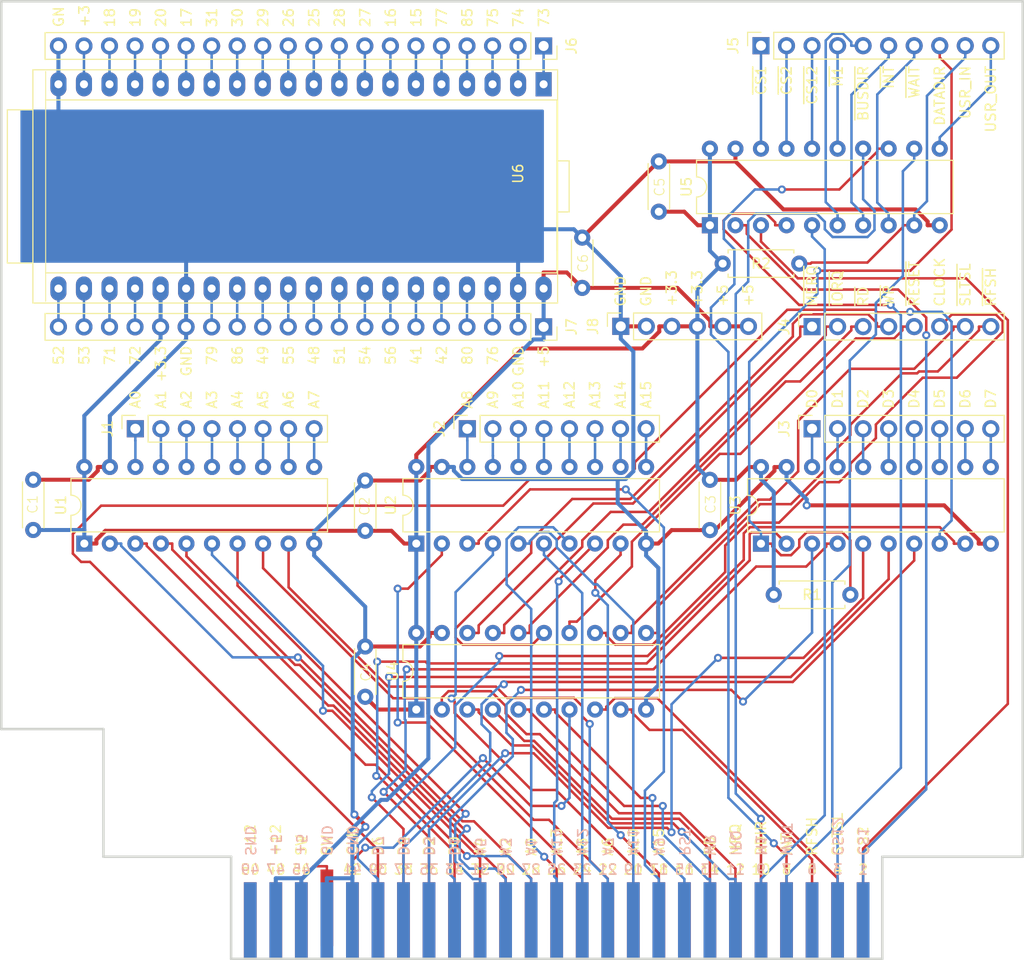
<source format=kicad_pcb>
(kicad_pcb (version 20211014) (generator pcbnew)
  (title_block (title "MSX-IDE 2021") (date "2021-08-05") (company "MSXmakers"))
  (layers (0 "F.Cu" signal "Top") (31 "B.Cu" signal "Bottom") (34 "B.Paste" user) (35 "F.Paste" user) (36 "B.SilkS" user "B.Silkscreen") (37 "F.SilkS" user "F.Silkscreen") (38 "B.Mask" user) (39 "F.Mask" user) (44 "Edge.Cuts" user))
  (net 0 "")
  (net 1 "+3.3V")
  (net 2 "GND")
  (net 3 "/A7_33")
  (net 4 "/A6_33")
  (net 5 "/A5_33")
  (net 6 "/A4_33")
  (net 7 "/A3_33")
  (net 8 "/A2_33")
  (net 9 "/A1_33")
  (net 10 "/A0_33")
  (net 11 "+5V")
  (net 12 "Net-(CON1-Pad44)")
  (net 15 "A0")
  (net 19 "MERQ")
  (net 20 "IORQ")
  (net 21 "RD")
  (net 22 "WR")
  (net 23 "RESET")
  (net 24 "CLOCK")
  (net 25 "D0")
  (net 26 "D1")
  (net 27 "D2")
  (net 28 "D3")
  (net 29 "D4")
  (net 30 "D5")
  (net 31 "D6")
  (net 32 "D7")
  (net 33 "A1")
  (net 34 "A2")
  (net 35 "A3")
  (net 36 "A4")
  (net 37 "A5")
  (net 38 "A6")
  (net 39 "A7")
  (net 40 "A9")
  (net 41 "A15")
  (net 42 "A11")
  (net 43 "A10")
  (net 44 "A12")
  (net 45 "A8")
  (net 46 "A14")
  (net 47 "A13")
  (net 48 "DATADIR_33")
  (net 49 "/A15_33")
  (net 50 "/A14_33")
  (net 51 "/A13_33")
  (net 52 "/A12_33")
  (net 53 "/A11_33")
  (net 54 "/A10_33")
  (net 55 "/A9_33")
  (net 56 "/A8_33")
  (net 57 "/D7_33")
  (net 58 "/D6_33")
  (net 59 "/D5_33")
  (net 60 "/D4_33")
  (net 61 "/D3_33")
  (net 62 "/D2_33")
  (net 63 "/D1_33")
  (net 64 "/D0_33")
  (net 65 "M1")
  (net 66 "RFSH")
  (net 67 "/RFSH_33")
  (net 68 "/M1_33")
  (net 69 "/CLOCK_33")
  (net 70 "/RESET_33")
  (net 71 "/WR_33")
  (net 72 "/RD_33")
  (net 73 "/IORQ_33")
  (net 74 "/MERQ_33")
  (net 75 "CS1")
  (net 76 "CS2")
  (net 77 "CS12")
  (net 78 "SLTSL")
  (net 79 "BUSDIR_33")
  (net 80 "INT_33")
  (net 81 "WAIT_33")
  (net 82 "USER_33")
  (net 83 "WAIT")
  (net 84 "INT")
  (net 85 "BUSDIR")
  (net 86 "/SLTSL_33")
  (net 87 "/CS12_33")
  (net 88 "/CS2_33")
  (net 89 "/CS1_33")
  (net 90 "USER")
  (net 91 "Net-(J6-Pad1)")
  (net 92 "Net-(J6-Pad2)")
  (net 93 "Net-(J6-Pad3)")
  (net 94 "Net-(J6-Pad4)")
  (net 95 "Net-(J6-Pad5)")
  (net 96 "Net-(J6-Pad6)")
  (net 97 "Net-(J6-Pad7)")
  (net 98 "Net-(J6-Pad8)")
  (net 99 "Net-(J6-Pad9)")
  (net 100 "Net-(J6-Pad10)")
  (net 101 "Net-(J6-Pad11)")
  (net 102 "Net-(J6-Pad12)")
  (net 103 "Net-(J6-Pad13)")
  (net 104 "Net-(J6-Pad14)")
  (net 105 "Net-(J6-Pad15)")
  (net 106 "Net-(J6-Pad16)")
  (net 107 "Net-(J6-Pad17)")
  (net 108 "Net-(J6-Pad18)")
  (net 109 "Net-(J6-Pad19)")
  (net 110 "Net-(J7-Pad20)")
  (net 111 "Net-(J7-Pad19)")
  (net 112 "Net-(J7-Pad18)")
  (net 113 "Net-(J7-Pad17)")
  (net 114 "Net-(J7-Pad14)")
  (net 115 "Net-(J7-Pad13)")
  (net 116 "Net-(J7-Pad12)")
  (net 117 "Net-(J7-Pad11)")
  (net 118 "Net-(J7-Pad10)")
  (net 119 "Net-(J7-Pad9)")
  (net 120 "Net-(J7-Pad8)")
  (net 121 "Net-(J7-Pad7)")
  (net 122 "Net-(J7-Pad6)")
  (net 123 "Net-(J7-Pad5)")
  (net 124 "Net-(J7-Pad4)")
  (net 125 "Net-(J7-Pad3)")
  (footprint "Connector_PinSocket_2.54mm:PinSocket_1x20_P2.54mm_Vertical" (layer "F.Cu") (at 110.46 80.01 -90)
    (fp_text reference "J7")
    (fp_text value "Conn_01x20")
  )
  (footprint "Mis_huellas:C_Disc_D4.3mm_W1.9mm_P5.00mm" (layer "F.Cu") (at 114.3 76.135 90)
    (fp_text reference "C6")
    (fp_text value "100n" hide)
  )
  (footprint "Mis_huellas:C_Disc_D4.3mm_W1.9mm_P5.00mm" (layer "F.Cu") (at 127 95.225 -90)
    (fp_text reference "C3")
    (fp_text value "100n" hide)
  )
  (footprint "Mis_huellas:C_Disc_D4.3mm_W1.9mm_P5.00mm" (layer "F.Cu") (at 59.695 100.215 90)
    (fp_text reference "C1")
    (fp_text value "100n" hide)
  )
  (footprint "Package_DIP:DIP-20_W7.62mm" (layer "F.Cu") (at 64.775 101.565 90)
    (fp_text reference "U1")
    (fp_text value "SN74LVC245AN")
  )
  (footprint "Mis_huellas:CARTRIDGE_MSX_XL" (layer "F.Cu") (at 111.76 139.065)
    (fp_text reference "CON1" hide)
    (fp_text value "MSX-CONNECTOR" hide)
    (fp_line (start -55.245 -19.05) (end -55.245 -91.44) (layer "Edge.Cuts") (width 0.254))
    (fp_line (start -32.385 -6.35) (end -45.085 -6.35) (layer "Edge.Cuts") (width 0.254))
    (fp_line (start -55.245 -91.44) (end 46.355 -91.44) (layer "Edge.Cuts") (width 0.254))
    (fp_line (start 46.355 -6.35) (end 32.385 -6.35) (layer "Edge.Cuts") (width 0.254))
    (fp_line (start 32.385 3.81) (end -32.385 3.81) (layer "Edge.Cuts") (width 0.254))
    (fp_line (start -32.385 3.81) (end -32.385 -6.35) (layer "Edge.Cuts") (width 0.254))
    (fp_line (start -45.085 -19.05) (end -55.245 -19.05) (layer "Edge.Cuts") (width 0.254))
    (fp_line (start 32.385 -6.35) (end 32.385 3.81) (layer "Edge.Cuts") (width 0.254))
    (fp_line (start -45.085 -6.35) (end -45.085 -19.05) (layer "Edge.Cuts") (width 0.254))
    (fp_line (start 46.355 -91.44) (end 46.355 -6.35) (layer "Edge.Cuts") (width 0.254))
  )
  (footprint "Resistor_THT:R_Axial_DIN0207_L6.3mm_D2.5mm_P7.62mm_Horizontal" (layer "F.Cu") (at 128.27 73.715)
    (fp_text reference "R2")
    (fp_text value "10k")
  )
  (footprint "Mis_huellas:Tang_Nano_20k" (layer "F.Cu") (at 110.46 55.88 -90)
    (fp_text reference "U6")
    (fp_text value "Tang_Nano_20k")
  )
  (footprint "Connector_PinSocket_2.54mm:PinSocket_1x20_P2.54mm_Vertical" (layer "F.Cu") (at 110.46 52.07 -90)
    (fp_text reference "J6")
    (fp_text value "Conn_01x20")
  )
  (footprint "Connector_PinSocket_2.54mm:PinSocket_1x08_P2.54mm_Vertical" (layer "F.Cu") (at 137.16 79.985 90)
    (fp_text reference "J4")
    (fp_text value "Conn_01x08")
  )
  (footprint "Package_DIP:DIP-20_W7.62mm" (layer "F.Cu") (at 97.795 118.075 90)
    (fp_text reference "U4")
    (fp_text value "SN74LVC245AN")
  )
  (footprint "Mis_huellas:C_Disc_D4.3mm_W1.9mm_P5.00mm" (layer "F.Cu") (at 92.715 100.295 90)
    (fp_text reference "C2")
    (fp_text value "100n" hide)
  )
  (footprint "Mis_huellas:C_Disc_D4.3mm_W1.9mm_P5.00mm" (layer "F.Cu") (at 121.92 68.555 90)
    (fp_text reference "C5")
    (fp_text value "100n" hide)
  )
  (footprint "Resistor_THT:R_Axial_DIN0207_L6.3mm_D2.5mm_P7.62mm_Horizontal" (layer "F.Cu") (at 133.35 106.655)
    (fp_text reference "R1")
    (fp_text value "10k")
  )
  (footprint "Mis_huellas:C_Disc_D4.3mm_W1.9mm_P5.00mm" (layer "F.Cu") (at 92.715 116.805 90)
    (fp_text reference "C4")
    (fp_text value "100n" hide)
  )
  (footprint "Connector_PinSocket_2.54mm:PinSocket_1x08_P2.54mm_Vertical" (layer "F.Cu") (at 69.85 90.145 90)
    (fp_text reference "J1")
    (fp_text value "Conn_01x08")
  )
  (footprint "Connector_PinSocket_2.54mm:PinSocket_1x06_P2.54mm_Vertical" (layer "F.Cu") (at 118.135 79.96 90)
    (fp_text reference "J8")
    (fp_text value "Conn_01x06")
  )
  (footprint "Connector_PinSocket_2.54mm:PinSocket_1x10_P2.54mm_Vertical" (layer "F.Cu") (at 132.08 52.045 90)
    (fp_text reference "J5")
    (fp_text value "Conn_01x10")
  )
  (footprint "Package_DIP:DIP-20_W7.62mm" (layer "F.Cu") (at 127 69.905 90)
    (fp_text reference "U5")
    (fp_text value "SN74LVC245AN")
  )
  (footprint "Package_DIP:DIP-20_W7.62mm" (layer "F.Cu") (at 132.08 101.575 90)
    (fp_text reference "U3")
    (fp_text value "SN74LVC245AN")
  )
  (footprint "Package_DIP:DIP-20_W7.62mm" (layer "F.Cu") (at 97.795 101.565 90)
    (fp_text reference "U2")
    (fp_text value "SN74LVC245AN")
  )
  (footprint "Connector_PinSocket_2.54mm:PinSocket_1x08_P2.54mm_Vertical" (layer "F.Cu") (at 102.87 90.145 90)
    (fp_text reference "J2")
    (fp_text value "Conn_01x08")
  )
  (footprint "Connector_PinSocket_2.54mm:PinSocket_1x08_P2.54mm_Vertical" (layer "F.Cu") (at 137.16 90.145 90)
    (fp_text reference "J3")
    (fp_text value "Conn_01x08")
  )
  (gr_text "1" (at 142.24 133.985) (layer "B.SilkS") (effects (font (size 1 1)) (justify mirror)))
  (gr_text "M1" (at 132.08 132.715 -90) (layer "B.SilkS") (effects (font (size 1 1)) (justify left mirror)))
  (gr_text "A5" (at 104.14 132.715 -90) (layer "B.SilkS") (effects (font (size 1 1)) (justify left mirror)))
  (gr_text "23" (at 114.3 133.985) (layer "B.SilkS") (effects (font (size 1 1)) (justify mirror)))
  (gr_text "D3" (at 99.06 132.715 -90) (layer "B.SilkS") (effects (font (size 1 1)) (justify left mirror)))
  (gr_text "+5" (at 83.82 132.715 -90) (layer "B.SilkS") (effects (font (size 1 1)) (justify left mirror)))
  (gr_text "9" (at 132.08 133.985) (layer "B.SilkS") (effects (font (size 1 1)) (justify mirror)))
  (gr_text "D5" (at 96.52 132.715 -90) (layer "B.SilkS") (effects (font (size 1 1)) (justify left mirror)))
  (gr_text "5" (at 137.16 133.985) (layer "B.SilkS") (effects (font (size 1 1)) (justify mirror)))
  (gr_text "SND" (at 81.28 132.715 -90) (layer "B.SilkS") (effects (font (size 1 1)) (justify left mirror)))
  (gr_text "A9" (at 121.92 132.715 -90) (layer "B.SilkS") (effects (font (size 1 1)) (justify left mirror)))
  (gr_text "RST" (at 124.46 132.715 -90) (layer "B.SilkS") (effects (font (size 1 1)) (justify left mirror)))
  (gr_text "CS12" (at 139.7 132.715 -90) (layer "B.SilkS") (effects (font (size 1 1)) (justify left mirror)))
  (gr_text "D1" (at 101.6 132.715 -90) (layer "B.SilkS") (effects (font (size 1 1)) (justify left mirror)))
  (gr_text "21" (at 116.84 133.985) (layer "B.SilkS") (effects (font (size 1 1)) (justify mirror)))
  (gr_text "41" (at 91.44 133.985) (layer "B.SilkS") (effects (font (size 1 1)) (justify mirror)))
  (gr_text "39" (at 93.98 133.985) (layer "B.SilkS") (effects (font (size 1 1)) (justify mirror)))
  (gr_text "WR" (at 127 132.715 -90) (layer "B.SilkS") (effects (font (size 1 1)) (justify left mirror)))
  (gr_text "3" (at 139.7 133.985) (layer "B.SilkS") (effects (font (size 1 1)) (justify mirror)))
  (gr_text "15" (at 124.46 133.985) (layer "B.SilkS") (effects (font (size 1 1)) (justify mirror)))
  (gr_text "25" (at 111.76 133.985) (layer "B.SilkS") (effects (font (size 1 1)) (justify mirror)))
  (gr_text "A3" (at 106.68 132.715 -90) (layer "B.SilkS") (effects (font (size 1 1)) (justify left mirror)))
  (gr_text "13" (at 127 133.985) (layer "B.SilkS") (effects (font (size 1 1)) (justify mirror)))
  (gr_text "GND" (at 88.9 132.715 -90) (layer "B.SilkS") (effects (font (size 1 1)) (justify left mirror)))
  (gr_text "CS1" (at 142.24 132.715 -90) (layer "B.SilkS") (effects (font (size 1 1)) (justify left mirror)))
  (gr_text "A7" (at 116.84 132.715 -90) (layer "B.SilkS") (effects (font (size 1 1)) (justify left mirror)))
  (gr_text "45" (at 86.36 133.985) (layer "B.SilkS") (effects (font (size 1 1)) (justify mirror)))
  (gr_text "7" (at 134.62 133.985) (layer "B.SilkS") (effects (font (size 1 1)) (justify mirror)))
  (gr_text "IRQ" (at 129.54 132.715 -90) (layer "B.SilkS") (effects (font (size 1 1)) (justify left mirror)))
  (gr_text "31" (at 104.14 133.985) (layer "B.SilkS") (effects (font (size 1 1)) (justify mirror)))
  (gr_text "A14" (at 111.76 132.715 -90) (layer "B.SilkS") (effects (font (size 1 1)) (justify left mirror)))
  (gr_text "A12" (at 114.3 132.715 -90) (layer "B.SilkS") (effects (font (size 1 1)) (justify left mirror)))
  (gr_text "A1" (at 109.22 132.715 -90) (layer "B.SilkS") (effects (font (size 1 1)) (justify left mirror)))
  (gr_text "GND" (at 91.44 132.715 -90) (layer "B.SilkS") (effects (font (size 1 1)) (justify left mirror)))
  (gr_text "33" (at 101.6 133.985) (layer "B.SilkS") (effects (font (size 1 1)) (justify mirror)))
  (gr_text "35" (at 99.06 133.985) (layer "B.SilkS") (effects (font (size 1 1)) (justify mirror)))
  (gr_text "37" (at 96.52 133.985) (layer "B.SilkS") (effects (font (size 1 1)) (justify mirror)))
  (gr_text "A11" (at 119.38 132.715 -90) (layer "B.SilkS") (effects (font (size 1 1)) (justify left mirror)))
  (gr_text "WAIT" (at 134.62 132.715 -90) (layer "B.SilkS") (effects (font (size 1 1)) (justify left mirror)))
  (gr_text "11" (at 129.54 133.985) (layer "B.SilkS") (effects (font (size 1 1)) (justify mirror)))
  (gr_text "47" (at 83.82 133.985) (layer "B.SilkS") (effects (font (size 1 1)) (justify mirror)))
  (gr_text "17" (at 121.92 133.985) (layer "B.SilkS") (effects (font (size 1 1)) (justify mirror)))
  (gr_text "19" (at 119.38 133.985) (layer "B.SilkS") (effects (font (size 1 1)) (justify mirror)))
  (gr_text "+5" (at 86.36 132.715 -90) (layer "B.SilkS") (effects (font (size 1 1)) (justify left mirror)))
  (gr_text "49" (at 81.28 133.985) (layer "B.SilkS") (effects (font (size 1 1)) (justify mirror)))
  (gr_text "27" (at 109.22 133.985) (layer "B.SilkS") (effects (font (size 1 1)) (justify mirror)))
  (gr_text "29" (at 106.68 133.985) (layer "B.SilkS") (effects (font (size 1 1)) (justify mirror)))
  (gr_text "D7" (at 93.98 132.715 -90) (layer "B.SilkS") (effects (font (size 1 1)) (justify left mirror)))
  (gr_text "49" (at 82.55 81.788 90) (layer "F.SilkS") (effects (font (size 1 1)) (justify right)))
  (gr_text "A10" (at 107.95 88.24 90) (layer "F.SilkS") (effects (font (size 1 1)) (justify left)))
  (gr_text "D6" (at 152.4 88.24 90) (layer "F.SilkS") (effects (font (size 1 1)) (justify left)))
  (gr_text "20" (at 119.38 133.985) (layer "F.SilkS") (effects (font (size 1 1))))
  (gr_text "+12" (at 83.82 132.715 90) (layer "F.SilkS") (effects (font (size 1 1)) (justify left)))
  (gr_text "12" (at 129.54 133.985) (layer "F.SilkS") (effects (font (size 1 1))))
  (gr_text "~{RFSH}" (at 154.94 78.08 90) (layer "F.SilkS") (effects (font (size 1 1)) (justify left)))
  (gr_text "14" (at 127 133.985) (layer "F.SilkS") (effects (font (size 1 1))))
  (gr_text "42" (at 91.44 133.985) (layer "F.SilkS") (effects (font (size 1 1))))
  (gr_text "17" (at 74.93 50.292 90) (layer "F.SilkS") (effects (font (size 1 1)) (justify left)))
  (gr_text "SW" (at 86.36 132.715 90) (layer "F.SilkS") (effects (font (size 1 1)) (justify left)))
  (gr_text "22" (at 116.84 133.985) (layer "F.SilkS") (effects (font (size 1 1))))
  (gr_text "D0" (at 137.16 88.24 90) (layer "F.SilkS") (effects (font (size 1 1)) (justify left)))
  (gr_text "+3.3" (at 125.73 78.08 90) (layer "F.SilkS") (effects (font (size 1 1)) (justify left)))
  (gr_text "A8" (at 114.3 132.715 90) (layer "F.SilkS") (effects (font (size 1 1)) (justify left)))
  (gr_text "D1" (at 139.7 88.24 90) (layer "F.SilkS") (effects (font (size 1 1)) (justify left)))
  (gr_text "A15" (at 121.92 132.715 90) (layer "F.SilkS") (effects (font (size 1 1)) (justify left)))
  (gr_text "-12" (at 81.28 132.715 90) (layer "F.SilkS") (effects (font (size 1 1)) (justify left)))
  (gr_text "38" (at 96.52 133.985) (layer "F.SilkS") (effects (font (size 1 1))))
  (gr_text "A15" (at 120.65 88.24 90) (layer "F.SilkS") (effects (font (size 1 1)) (justify left)))
  (gr_text "USR_OUT" (at 154.94 53.95 90) (layer "F.SilkS") (effects (font (size 1 1)) (justify right)))
  (gr_text "18" (at 67.31 50.292 90) (layer "F.SilkS") (effects (font (size 1 1)) (justify left)))
  (gr_text "CS2" (at 142.24 132.715 90) (layer "F.SilkS") (effects (font (size 1 1)) (justify left)))
  (gr_text "55" (at 85.09 81.788 90) (layer "F.SilkS") (effects (font (size 1 1)) (justify right)))
  (gr_text "DATADIR" (at 149.86 53.95 90) (layer "F.SilkS") (effects (font (size 1 1)) (justify right)))
  (gr_text "~{M1}" (at 139.7 53.95 90) (layer "F.SilkS") (effects (font (size 1 1)) (justify right)))
  (gr_text "41" (at 97.79 81.788 90) (layer "F.SilkS") (effects (font (size 1 1)) (justify right)))
  (gr_text "30" (at 106.68 133.985) (layer "F.SilkS") (effects (font (size 1 1))))
  (gr_text "D4" (at 147.32 88.24 90) (layer "F.SilkS") (effects (font (size 1 1)) (justify left)))
  (gr_text "A1" (at 72.39 88.24 90) (layer "F.SilkS") (effects (font (size 1 1)) (justify left)))
  (gr_text "+3" (at 64.77 50.292 90) (layer "F.SilkS") (effects (font (size 1 1)) (justify left)))
  (gr_text "~{SLTSL}" (at 152.4 78.08 90) (layer "F.SilkS") (effects (font (size 1 1)) (justify left)))
  (gr_text "A8" (at 102.87 88.24 90) (layer "F.SilkS") (effects (font (size 1 1)) (justify left)))
  (gr_text "42" (at 100.33 81.788 90) (layer "F.SilkS") (effects (font (size 1 1)) (justify right)))
  (gr_text "D4" (at 96.52 132.715 90) (layer "F.SilkS") (effects (font (size 1 1)) (justify left)))
  (gr_text "29" (at 82.55 50.292 90) (layer "F.SilkS") (effects (font (size 1 1)) (justify left)))
  (gr_text "+3.3" (at 72.39 81.788 90) (layer "F.SilkS") (effects (font (size 1 1)) (justify right)))
  (gr_text "+5" (at 130.81 78.08 90) (layer "F.SilkS") (effects (font (size 1 1)) (justify left)))
  (gr_text "CLK" (at 91.44 132.715 90) (layer "F.SilkS") (effects (font (size 1 1)) (justify left)))
  (gr_text "A10" (at 119.38 132.715 90) (layer "F.SilkS") (effects (font (size 1 1)) (justify left)))
  (gr_text "73" (at 110.49 50.292 90) (layer "F.SilkS") (effects (font (size 1 1)) (justify left)))
  (gr_text "~{MERQ}" (at 137.16 78.08 90) (layer "F.SilkS") (effects (font (size 1 1)) (justify left)))
  (gr_text "24" (at 114.3 133.985) (layer "F.SilkS") (effects (font (size 1 1))))
  (gr_text "CLOCK" (at 149.86 78.08 90) (layer "F.SilkS") (effects (font (size 1 1)) (justify left)))
  (gr_text "48" (at 83.82 133.985) (layer "F.SilkS") (effects (font (size 1 1))))
  (gr_text "28" (at 90.17 50.292 90) (layer "F.SilkS") (effects (font (size 1 1)) (justify left)))
  (gr_text "USR_IN" (at 152.4 53.95 90) (layer "F.SilkS") (effects (font (size 1 1)) (justify right)))
  (gr_text "46" (at 86.36 133.985) (layer "F.SilkS") (effects (font (size 1 1))))
  (gr_text "8" (at 134.62 133.985) (layer "F.SilkS") (effects (font (size 1 1))))
  (gr_text "86" (at 80.01 81.788 90) (layer "F.SilkS") (effects (font (size 1 1)) (justify right)))
  (gr_text "34" (at 101.6 133.985) (layer "F.SilkS") (effects (font (size 1 1))))
  (gr_text "54" (at 92.71 81.788 90) (layer "F.SilkS") (effects (font (size 1 1)) (justify right)))
  (gr_text "+5" (at 110.46 81.788 90) (layer "F.SilkS") (effects (font (size 1 1)) (justify right)))
  (gr_text "27" (at 92.71 50.292 90) (layer "F.SilkS") (effects (font (size 1 1)) (justify left)))
  (gr_text "75" (at 105.41 50.292 90) (layer "F.SilkS") (effects (font (size 1 1)) (justify left)))
  (gr_text "20" (at 72.39 50.292 90) (layer "F.SilkS") (effects (font (size 1 1)) (justify left)))
  (gr_text "~{WR}" (at 144.78 78.08 90) (layer "F.SilkS") (effects (font (size 1 1)) (justify left)))
  (gr_text "30" (at 80.01 50.292 90) (layer "F.SilkS") (effects (font (size 1 1)) (justify left)))
  (gr_text "~{CS1}" (at 132.08 53.95 90) (layer "F.SilkS") (effects (font (size 1 1)) (justify right)))
  (gr_text "31" (at 77.47 50.292 90) (layer "F.SilkS") (effects (font (size 1 1)) (justify left)))
  (gr_text "51" (at 90.17 81.788 90) (layer "F.SilkS") (effects (font (size 1 1)) (justify right)))
  (gr_text "79" (at 77.47 81.788 90) (layer "F.SilkS") (effects (font (size 1 1)) (justify right)))
  (gr_text "BDIR" (at 132.08 132.715 90) (layer "F.SilkS") (effects (font (size 1 1)) (justify left)))
  (gr_text "+3.3" (at 123.19 78.08 90) (layer "F.SilkS") (effects (font (size 1 1)) (justify left)))
  (gr_text "D5" (at 149.86 88.24 90) (layer "F.SilkS") (effects (font (size 1 1)) (justify left)))
  (gr_text "A12" (at 113.03 88.24 90) (layer "F.SilkS") (effects (font (size 1 1)) (justify left)))
  (gr_text "56" (at 95.25 81.788 90) (layer "F.SilkS") (effects (font (size 1 1)) (justify right)))
  (gr_text "28" (at 109.22 133.985) (layer "F.SilkS") (effects (font (size 1 1))))
  (gr_text "~{WAIT}" (at 147.32 53.95 90) (layer "F.SilkS") (effects (font (size 1 1)) (justify right)))
  (gr_text "~{BUSDIR}" (at 142.24 53.95 90) (layer "F.SilkS") (effects (font (size 1 1)) (justify right)))
  (gr_text "15" (at 97.79 50.292 90) (layer "F.SilkS") (effects (font (size 1 1)) (justify left)))
  (gr_text "50" (at 81.28 133.985) (layer "F.SilkS") (effects (font (size 1 1))))
  (gr_text "77" (at 100.33 50.292 90) (layer "F.SilkS") (effects (font (size 1 1)) (justify left)))
  (gr_text "36" (at 99.06 133.985) (layer "F.SilkS") (effects (font (size 1 1))))
  (gr_text "A13" (at 115.57 88.24 90) (layer "F.SilkS") (effects (font (size 1 1)) (justify left)))
  (gr_text "D2" (at 99.06 132.715 90) (layer "F.SilkS") (effects (font (size 1 1)) (justify left)))
  (gr_text "A3" (at 77.47 88.24 90) (layer "F.SilkS") (effects (font (size 1 1)) (justify left)))
  (gr_text "D3" (at 144.78 88.24 90) (layer "F.SilkS") (effects (font (size 1 1)) (justify left)))
  (gr_text "A13" (at 111.76 132.715 90) (layer "F.SilkS") (effects (font (size 1 1)) (justify left)))
  (gr_text "GND" (at 118.11 78.08 90) (layer "F.SilkS") (effects (font (size 1 1)) (justify left)))
  (gr_text "71" (at 67.31 81.788 90) (layer "F.SilkS") (effects (font (size 1 1)) (justify right)))
  (gr_text "A0" (at 109.22 132.715 90) (layer "F.SilkS") (effects (font (size 1 1)) (justify left)))
  (gr_text "A6" (at 116.84 132.715 90) (layer "F.SilkS") (effects (font (size 1 1)) (justify left)))
  (gr_text "72" (at 69.85 81.788 90) (layer "F.SilkS") (effects (font (size 1 1)) (justify right)))
  (gr_text "18" (at 121.92 133.985) (layer "F.SilkS") (effects (font (size 1 1))))
  (gr_text "2" (at 142.24 133.985) (layer "F.SilkS") (effects (font (size 1 1))))
  (gr_text "A0" (at 69.85 88.24 90) (layer "F.SilkS") (effects (font (size 1 1)) (justify left)))
  (gr_text "GN" (at 62.23 50.292 90) (layer "F.SilkS") (effects (font (size 1 1)) (justify left)))
  (gr_text "A4" (at 80.01 88.24 90) (layer "F.SilkS") (effects (font (size 1 1)) (justify left)))
  (gr_text "RD" (at 127 132.715 90) (layer "F.SilkS") (effects (font (size 1 1)) (justify left)))
  (gr_text "D2" (at 142.24 88.24 90) (layer "F.SilkS") (effects (font (size 1 1)) (justify left)))
  (gr_text "26" (at 111.76 133.985) (layer "F.SilkS") (effects (font (size 1 1))))
  (gr_text "GND" (at 120.65 78.08 90) (layer "F.SilkS") (effects (font (size 1 1)) (justify left)))
  (gr_text "4" (at 139.7 133.985) (layer "F.SilkS") (effects (font (size 1 1))))
  (gr_text "40" (at 93.98 133.985) (layer "F.SilkS") (effects (font (size 1 1))))
  (gr_text "INT" (at 134.62 132.715 90) (layer "F.SilkS") (effects (font (size 1 1)) (justify left)))
  (gr_text "A2" (at 74.93 88.24 90) (layer "F.SilkS") (effects (font (size 1 1)) (justify left)))
  (gr_text "80" (at 102.87 81.788 90) (layer "F.SilkS") (effects (font (size 1 1)) (justify right)))
  (gr_text "~{CS12}" (at 137.16 53.95 90) (layer "F.SilkS") (effects (font (size 1 1)) (justify right)))
  (gr_text "53" (at 64.77 81.788 90) (layer "F.SilkS") (effects (font (size 1 1)) (justify right)))
  (gr_text "32" (at 104.14 133.985) (layer "F.SilkS") (effects (font (size 1 1))))
  (gr_text "D7" (at 154.94 88.24 90) (layer "F.SilkS") (effects (font (size 1 1)) (justify left)))
  (gr_text "~{RESET}" (at 147.32 78.08 90) (layer "F.SilkS") (effects (font (size 1 1)) (justify left)))
  (gr_text "25" (at 87.63 50.292 90) (layer "F.SilkS") (effects (font (size 1 1)) (justify left)))
  (gr_text "76" (at 105.41 81.788 90) (layer "F.SilkS") (effects (font (size 1 1)) (justify right)))
  (gr_text "~{INT}" (at 144.78 53.95 90) (layer "F.SilkS") (effects (font (size 1 1)) (justify right)))
  (gr_text "SW" (at 88.9 132.715 90) (layer "F.SilkS") (effects (font (size 1 1)) (justify left)))
  (gr_text "D6" (at 93.98 132.715 90) (layer "F.SilkS") (effects (font (size 1 1)) (justify left)))
  (gr_text "85" (at 102.87 50.292 90) (layer "F.SilkS") (effects (font (size 1 1)) (justify left)))
  (gr_text "A14" (at 118.11 88.24 90) (layer "F.SilkS") (effects (font (size 1 1)) (justify left)))
  (gr_text "19" (at 69.85 50.292 90) (layer "F.SilkS") (effects (font (size 1 1)) (justify left)))
  (gr_text "~{CS2}" (at 134.62 53.95 90) (layer "F.SilkS") (effects (font (size 1 1)) (justify right)))
  (gr_text "RFSH" (at 137.16 132.715 90) (layer "F.SilkS") (effects (font (size 1 1)) (justify left)))
  (gr_text "48" (at 87.63 81.788 90) (layer "F.SilkS") (effects (font (size 1 1)) (justify right)))
  (gr_text "A7" (at 87.63 88.24 90) (layer "F.SilkS") (effects (font (size 1 1)) (justify left)))
  (gr_text "52" (at 62.23 81.788 90) (layer "F.SilkS") (effects (font (size 1 1)) (justify right)))
  (gr_text "6" (at 137.16 133.985) (layer "F.SilkS") (effects (font (size 1 1))))
  (gr_text "26" (at 85.09 50.292 90) (layer "F.SilkS") (effects (font (size 1 1)) (justify left)))
  (gr_text "GND" (at 107.95 81.788 90) (layer "F.SilkS") (effects (font (size 1 1)) (justify right)))
  (gr_text "74" (at 107.95 50.292 90) (layer "F.SilkS") (effects (font (size 1 1)) (justify left)))
  (gr_text "~{RD}" (at 142.24 78.08 90) (layer "F.SilkS") (effects (font (size 1 1)) (justify left)))
  (gr_text "A4" (at 104.14 132.715 90) (layer "F.SilkS") (effects (font (size 1 1)) (justify left)))
  (gr_text "A6" (at 85.09 88.24 90) (layer "F.SilkS") (effects (font (size 1 1)) (justify left)))
  (gr_text "~{IORQ}" (at 139.7 78.08 90) (layer "F.SilkS") (effects (font (size 1 1)) (justify left)))
  (gr_text "A2" (at 106.68 132.715 90) (layer "F.SilkS") (effects (font (size 1 1)) (justify left)))
  (gr_text "16" (at 124.46 133.985) (layer "F.SilkS") (effects (font (size 1 1))))
  (gr_text "SLTSL" (at 139.7 132.715 90) (layer "F.SilkS") (effects (font (size 1 1)) (justify left)))
  (gr_text "10" (at 132.08 133.985) (layer "F.SilkS") (effects (font (size 1 1))))
  (gr_text "GND" (at 74.93 81.788 90) (layer "F.SilkS") (effects (font (size 1 1)) (justify right)))
  (gr_text "D0" (at 101.6 132.715 90) (layer "F.SilkS") (effects (font (size 1 1)) (justify left)))
  (gr_text "A5" (at 82.55 88.24 90) (layer "F.SilkS") (effects (font (size 1 1)) (justify left)))
  (gr_text "MRQ" (at 129.54 132.715 90) (layer "F.SilkS") (effects (font (size 1 1)) (justify left)))
  (gr_text "A9" (at 105.41 88.24 90) (layer "F.SilkS") (effects (font (size 1 1)) (justify left)))
  (gr_text "16" (at 95.25 50.292 90) (layer "F.SilkS") (effects (font (size 1 1)) (justify left)))
  (gr_text "A11" (at 110.49 88.24 90) (layer "F.SilkS") (effects (font (size 1 1)) (justify left)))
  (gr_text "+5" (at 128.27 78.08 90) (layer "F.SilkS") (effects (font (size 1 1)) (justify left)))
  (segment (start 97.795 101.565) (end 96.5949 101.565) (width 0.4) (layer "F.Cu") (net 1))
  (segment (start 97.795 92.7449) (end 108.3794 82.1605) (width 0.4) (layer "F.Cu") (net 1))
  (segment (start 132.08 93.955) (end 130.8799 93.955) (width 0.4) (layer "F.Cu") (net 1))
  (segment (start 92.715 100.295) (end 66.8701 100.295) (width 0.4) (layer "F.Cu") (net 1))
  (segment (start 129.6099 95.225) (end 130.8799 93.955) (width 0.4) (layer "F.Cu") (net 1))
  (segment (start 93.985 118.075) (end 92.715 116.805) (width 0.4) (layer "F.Cu") (net 1))
  (segment (start 96.5949 118.075) (end 93.985 118.075) (width 0.4) (layer "F.Cu") (net 1))
  (segment (start 97.795 118.075) (end 96.5949 118.075) (width 0.4) (layer "F.Cu") (net 1))
  (segment (start 127 95.225) (end 129.6099 95.225) (width 0.4) (layer "F.Cu") (net 1))
  (segment (start 121.92 68.555) (end 124.4499 68.555) (width 0.4) (layer "F.Cu") (net 1))
  (segment (start 97.795 93.945) (end 97.795 92.7449) (width 0.4) (layer "F.Cu") (net 1))
  (segment (start 121.9649 80.478) (end 121.9649 79.96) (width 0.4) (layer "F.Cu") (net 1))
  (segment (start 108.3794 82.1605) (end 120.2824 82.1605) (width 0.4) (layer "F.Cu") (net 1))
  (segment (start 127 69.905) (end 125.7999 69.905) (width 0.4) (layer "F.Cu") (net 1))
  (segment (start 120.2824 82.1605) (end 121.9649 80.478) (width 0.4) (layer "F.Cu") (net 1))
  (segment (start 123.215 79.96) (end 121.9649 79.96) (width 0.4) (layer "F.Cu") (net 1))
  (segment (start 124.4499 68.555) (end 125.7999 69.905) (width 0.4) (layer "F.Cu") (net 1))
  (segment (start 95.3249 100.295) (end 92.715 100.295) (width 0.4) (layer "F.Cu") (net 1))
  (segment (start 65.9751 101.19) (end 65.9751 101.565) (width 0.4) (layer "F.Cu") (net 1))
  (segment (start 125.755 79.96) (end 123.215 79.96) (width 0.4) (layer "F.Cu") (net 1))
  (segment (start 64.775 101.565) (end 65.9751 101.565) (width 0.4) (layer "F.Cu") (net 1))
  (segment (start 96.5949 101.565) (end 95.3249 100.295) (width 0.4) (layer "F.Cu") (net 1))
  (segment (start 66.8701 100.295) (end 65.9751 101.19) (width 0.4) (layer "F.Cu") (net 1))
  (segment (start 127 72.445) (end 128.27 73.715) (width 0.4) (layer "B.Cu") (net 1))
  (segment (start 64.775 100.215) (end 59.695 100.215) (width 0.4) (layer "B.Cu") (net 1))
  (segment (start 125.755 93.98) (end 127 95.225) (width 0.4) (layer "B.Cu") (net 1))
  (segment (start 97.795 93.945) (end 97.795 101.565) (width 0.4) (layer "B.Cu") (net 1))
  (segment (start 64.775 100.215) (end 64.775 93.945) (width 0.4) (layer "B.Cu") (net 1))
  (segment (start 125.755 76.23) (end 125.755 79.96) (width 0.4) (layer "B.Cu") (net 1))
  (segment (start 64.775 88.8451) (end 72.36 81.2601) (width 0.4) (layer "B.Cu") (net 1))
  (segment (start 97.795 118.075) (end 97.795 116.8749) (width 0.4) (layer "B.Cu") (net 1))
  (segment (start 97.795 116.8749) (end 97.795 111.6551) (width 0.4) (layer "B.Cu") (net 1))
  (segment (start 127 62.285) (end 127 69.905) (width 0.4) (layer "B.Cu") (net 1))
  (segment (start 127 69.905) (end 127 72.445) (width 0.4) (layer "B.Cu") (net 1))
  (segment (start 132.08 93.955) (end 132.08 95.1551) (width 0.4) (layer "B.Cu") (net 1))
  (segment (start 97.795 101.565) (end 97.795 110.455) (width 0.4) (layer "B.Cu") (net 1))
  (segment (start 72.36 76.2) (end 72.36 80.01) (width 0.4) (layer "B.Cu") (net 1))
  (segment (start 132.08 95.1551) (end 133.35 96.4251) (width 0.4) (layer "B.Cu") (net 1))
  (segment (start 125.755 79.96) (end 125.755 93.98) (width 0.4) (layer "B.Cu") (net 1))
  (segment (start 72.36 80.01) (end 72.36 81.2601) (width 0.4) (layer "B.Cu") (net 1))
  (segment (start 128.27 73.715) (end 125.755 76.23) (width 0.4) (layer "B.Cu") (net 1))
  (segment (start 64.775 101.565) (end 64.775 100.215) (width 0.4) (layer "B.Cu") (net 1))
  (segment (start 133.35 96.4251) (end 133.35 106.655) (width 0.4) (layer "B.Cu") (net 1))
  (segment (start 64.775 93.945) (end 64.775 88.8451) (width 0.4) (layer "B.Cu") (net 1))
  (segment (start 97.795 110.455) (end 97.795 111.6551) (width 0.4) (layer "B.Cu") (net 1))
  (segment (start 66.1149 93.945) (end 66.1149 94.32) (width 0.4) (layer "F.Cu") (net 2))
  (segment (start 121.92 63.555) (end 129.54 63.555) (width 0.4) (layer "F.Cu") (net 2))
  (segment (start 100.335 110.455) (end 99.1349 110.455) (width 0.4) (layer "F.Cu") (net 2))
  (segment (start 149.86 69.905) (end 148.6599 69.905) (width 0.4) (layer "F.Cu") (net 2))
  (segment (start 121.88 63.555) (end 121.92 63.555) (width 0.4) (layer "F.Cu") (net 2))
  (segment (start 147.4599 68.332) (end 148.6599 69.532) (width 0.4) (layer "F.Cu") (net 2))
  (segment (start 66.1149 94.32) (end 65.2199 95.215) (width 0.4) (layer "F.Cu") (net 2))
  (segment (start 92.7318 129.6068) (end 92.7318 129.7438) (width 0.4) (layer "F.Cu") (net 2))
  (segment (start 98.1579 111.805) (end 99.1349 110.828) (width 0.4) (layer "F.Cu") (net 2))
  (segment (start 100.335 93.945) (end 99.1349 93.945) (width 0.4) (layer "F.Cu") (net 2))
  (segment (start 99.1349 110.828) (end 99.1349 110.455) (width 0.4) (layer "F.Cu") (net 2))
  (segment (start 118.135 79.96) (end 120.675 79.96) (width 0.4) (layer "F.Cu") (net 2))
  (segment (start 133.4199 94.328) (end 133.4199 93.955) (width 0.4) (layer "F.Cu") (net 2))
  (segment (start 148.6599 69.532) (end 148.6599 69.905) (width 0.4) (layer "F.Cu") (net 2))
  (segment (start 98.1579 95.295) (end 99.1349 94.318) (width 0.4) (layer "F.Cu") (net 2))
  (segment (start 99.1349 94.318) (end 99.1349 93.945) (width 0.4) (layer "F.Cu") (net 2))
  (segment (start 120.655 101.565) (end 121.8551 101.565) (width 0.4) (layer "F.Cu") (net 2))
  (segment (start 67.315 93.945) (end 66.1149 93.945) (width 0.4) (layer "F.Cu") (net 2))
  (segment (start 127 100.225) (end 127.5229 100.225) (width 0.4) (layer "F.Cu") (net 2))
  (segment (start 92.715 95.295) (end 98.1579 95.295) (width 0.4) (layer "F.Cu") (net 2))
  (segment (start 121.8551 101.565) (end 123.1951 100.225) (width 0.4) (layer "F.Cu") (net 2))
  (segment (start 123.1951 100.225) (end 127 100.225) (width 0.4) (layer "F.Cu") (net 2))
  (segment (start 136.6315 97.7622) (end 150.3001 97.7622) (width 0.4) (layer "F.Cu") (net 2))
  (segment (start 134.317 68.332) (end 147.4599 68.332) (width 0.4) (layer "F.Cu") (net 2))
  (segment (start 92.715 111.805) (end 98.1579 111.805) (width 0.4) (layer "F.Cu") (net 2))
  (segment (start 134.62 93.955) (end 133.4199 93.955) (width 0.4) (layer "F.Cu") (net 2))
  (segment (start 129.54 63.555) (end 134.317 68.332) (width 0.4) (layer "F.Cu") (net 2))
  (segment (start 129.54 62.285) (end 129.54 63.4851) (width 0.4) (layer "F.Cu") (net 2))
  (segment (start 65.2199 95.215) (end 59.695 95.215) (width 0.4) (layer "F.Cu") (net 2))
  (segment (start 150.3001 97.7622) (end 153.7399 101.202) (width 0.4) (layer "F.Cu") (net 2))
  (segment (start 127.5229 100.225) (end 133.4199 94.328) (width 0.4) (layer "F.Cu") (net 2))
  (segment (start 153.7399 101.202) (end 153.7399 101.575) (width 0.4) (layer "F.Cu") (net 2))
  (segment (start 154.94 101.575) (end 153.7399 101.575) (width 0.4) (layer "F.Cu") (net 2))
  (segment (start 114.3 71.135) (end 121.88 63.555) (width 0.4) (layer "F.Cu") (net 2))
  (segment (start 129.54 63.4851) (end 129.54 63.555) (width 0.4) (layer "F.Cu") (net 2))
  (segment (start 91.6402 128.5152) (end 92.7318 129.6068) (width 0.4) (layer "F.Cu") (net 2))
  (via (at 91.6402 128.5152) (size 0.8) (drill 0.4) (layers "F.Cu" "B.Cu") (net 2))
  (via (at 136.6315 97.7622) (size 0.8) (drill 0.4) (layers "F.Cu" "B.Cu") (net 2))
  (via (at 92.7318 129.7438) (size 0.8) (drill 0.4) (layers "F.Cu" "B.Cu") (net 2))
  (segment (start 107.92 76.2) (end 107.92 80.01) (width 0.4) (layer "B.Cu") (net 2))
  (segment (start 121.8649 115.665) (end 120.655 116.8749) (width 0.4) (layer "B.Cu") (net 2))
  (segment (start 118.135 79.96) (end 118.135 81.2101) (width 0.4) (layer "B.Cu") (net 2))
  (segment (start 118.135 74.97) (end 118.135 79.96) (width 0.4) (layer "B.Cu") (net 2))
  (segment (start 101.5351 94.318) (end 101.5351 93.945) (width 0.4) (layer "B.Cu") (net 2))
  (segment (start 117.8294 95.1467) (end 117.8294 97.5393) (width 0.4) (layer "B.Cu") (net 2))
  (segment (start 92.715 111.805) (end 91.473 113.047) (width 0.4) (layer "B.Cu") (net 2))
  (segment (start 67.315 88.8451) (end 67.315 93.945) (width 0.4) (layer "B.Cu") (net 2))
  (segment (start 88.9 139.065) (end 88.9 134.8549) (width 0.4) (layer "B.Cu") (net 2))
  (segment (start 87.635 102.7651) (end 92.715 107.8451) (width 0.4) (layer "B.Cu") (net 2))
  (segment (start 117.8294 97.5393) (end 120.655 100.3649) (width 0.4) (layer "B.Cu") (net 2))
  (segment (start 119.385 94.3831) (end 118.6214 95.1467) (width 0.4) (layer "B.Cu") (net 2))
  (segment (start 113.4663 70.3013) (end 114.3 71.135) (width 0.4) (layer "B.Cu") (net 2))
  (segment (start 118.135 81.2101) (end 119.385 82.4601) (width 0.4) (layer "B.Cu") (net 2))
  (segment (start 120.655 101.565) (end 120.655 102.7651) (width 0.4) (layer "B.Cu") (net 2))
  (segment (start 91.44 131.0356) (end 91.44 134.8549) (width 0.4) (layer "B.Cu") (net 2))
  (segment (start 100.335 93.945) (end 101.5351 93.945) (width 0.4) (layer "B.Cu") (net 2))
  (segment (start 107.92 71.805) (end 107.92 76.2) (width 0.4) (layer "B.Cu") (net 2))
  (segment (start 74.9 71.805) (end 74.9 76.2) (width 0.4) (layer "B.Cu") (net 2))
  (segment (start 92.715 107.8451) (end 92.715 111.805) (width 0.4) (layer "B.Cu") (net 2))
  (segment (start 74.9 80.01) (end 74.9 81.2601) (width 0.4) (layer "B.Cu") (net 2))
  (segment (start 119.385 82.4601) (end 119.385 94.3831) (width 0.4) (layer "B.Cu") (net 2))
  (segment (start 114.3 71.135) (end 118.135 74.97) (width 0.4) (layer "B.Cu") (net 2))
  (segment (start 121.8649 103.975) (end 121.8649 115.665) (width 0.4) (layer "B.Cu") (net 2))
  (segment (start 91.44 134.8549) (end 88.9 134.8549) (width 0.4) (layer "B.Cu") (net 2))
  (segment (start 91.473 128.348) (end 91.6402 128.5152) (width 0.4) (layer "B.Cu") (net 2))
  (segment (start 102.3638 95.1467) (end 101.5351 94.318) (width 0.4) (layer "B.Cu") (net 2))
  (segment (start 91.44 139.065) (end 91.44 134.8549) (width 0.4) (layer "B.Cu") (net 2))
  (segment (start 120.655 102.7651) (end 121.8649 103.975) (width 0.4) (layer "B.Cu") (net 2))
  (segment (start 62.2 58.7356) (end 62.2 55.88) (width 0.4) (layer "B.Cu") (net 2))
  (segment (start 87.635 101.565) (end 87.635 100.3649) (width 0.4) (layer "B.Cu") (net 2))
  (segment (start 134.62 95.1551) (end 136.6315 97.1666) (width 0.4) (layer "B.Cu") (net 2))
  (segment (start 120.655 118.075) (end 120.655 116.8749) (width 0.4) (layer "B.Cu") (net 2))
  (segment (start 136.6315 97.1666) (end 136.6315 97.7622) (width 0.4) (layer "B.Cu") (net 2))
  (segment (start 134.62 93.955) (end 134.62 95.1551) (width 0.4) (layer "B.Cu") (net 2))
  (segment (start 87.635 101.565) (end 87.635 102.7651) (width 0.4) (layer "B.Cu") (net 2))
  (segment (start 87.6451 100.3649) (end 87.635 100.3649) (width 0.4) (layer "B.Cu") (net 2))
  (segment (start 74.9 76.2) (end 74.9 80.01) (width 0.4) (layer "B.Cu") (net 2))
  (segment (start 118.6214 95.1467) (end 117.8294 95.1467) (width 0.4) (layer "B.Cu") (net 2))
  (segment (start 117.8294 95.1467) (end 102.3638 95.1467) (width 0.4) (layer "B.Cu") (net 2))
  (segment (start 92.715 95.295) (end 87.6451 100.3649) (width 0.4) (layer "B.Cu") (net 2))
  (segment (start 110.1637 70.3013) (end 113.4663 70.3013) (width 0.4) (layer "B.Cu") (net 2))
  (segment (start 120.655 101.565) (end 120.655 100.3649) (width 0.4) (layer "B.Cu") (net 2))
  (segment (start 74.9 81.2601) (end 67.315 88.8451) (width 0.4) (layer "B.Cu") (net 2))
  (segment (start 62.2 55.88) (end 62.2 52.07) (width 0.4) (layer "B.Cu") (net 2))
  (segment (start 91.473 113.047) (end 91.473 128.348) (width 0.4) (layer "B.Cu") (net 2))
  (segment (start 92.7318 129.7438) (end 91.44 131.0356) (width 0.4) (layer "B.Cu") (net 2))
  (segment (start 87.63 90.145) (end 87.63 91.3201) (width 0.25) (layer "B.Cu") (net 3))
  (segment (start 87.635 91.3251) (end 87.635 93.945) (width 0.25) (layer "B.Cu") (net 3))
  (segment (start 87.63 91.3201) (end 87.635 91.3251) (width 0.25) (layer "B.Cu") (net 3))
  (segment (start 85.09 91.3201) (end 85.095 91.3251) (width 0.25) (layer "B.Cu") (net 4))
  (segment (start 85.09 90.145) (end 85.09 91.3201) (width 0.25) (layer "B.Cu") (net 4))
  (segment (start 85.095 91.3251) (end 85.095 93.945) (width 0.25) (layer "B.Cu") (net 4))
  (segment (start 82.55 91.3201) (end 82.555 91.3251) (width 0.25) (layer "B.Cu") (net 5))
  (segment (start 82.55 90.145) (end 82.55 91.3201) (width 0.25) (layer "B.Cu") (net 5))
  (segment (start 82.555 91.3251) (end 82.555 93.945) (width 0.25) (layer "B.Cu") (net 5))
  (segment (start 80.01 90.145) (end 80.01 91.3201) (width 0.25) (layer "B.Cu") (net 6))
  (segment (start 80.015 91.3251) (end 80.015 93.945) (width 0.25) (layer "B.Cu") (net 6))
  (segment (start 80.01 91.3201) (end 80.015 91.3251) (width 0.25) (layer "B.Cu") (net 6))
  (segment (start 77.47 91.3201) (end 77.475 91.3251) (width 0.25) (layer "B.Cu") (net 7))
  (segment (start 77.475 91.3251) (end 77.475 93.945) (width 0.25) (layer "B.Cu") (net 7))
  (segment (start 77.47 90.145) (end 77.47 91.3201) (width 0.25) (layer "B.Cu") (net 7))
  (segment (start 74.93 91.3201) (end 74.935 91.3251) (width 0.25) (layer "B.Cu") (net 8))
  (segment (start 74.93 90.145) (end 74.93 91.3201) (width 0.25) (layer "B.Cu") (net 8))
  (segment (start 74.935 91.3251) (end 74.935 93.945) (width 0.25) (layer "B.Cu") (net 8))
  (segment (start 72.39 92.8149) (end 72.395 92.8199) (width 0.25) (layer "B.Cu") (net 9))
  (segment (start 72.395 93.945) (end 72.395 92.8199) (width 0.25) (layer "B.Cu") (net 9))
  (segment (start 72.39 90.145) (end 72.39 92.8149) (width 0.25) (layer "B.Cu") (net 9))
  (segment (start 69.855 91.3251) (end 69.855 93.945) (width 0.25) (layer "B.Cu") (net 10))
  (segment (start 69.85 91.3201) (end 69.855 91.3251) (width 0.25) (layer "B.Cu") (net 10))
  (segment (start 69.85 90.145) (end 69.85 91.3201) (width 0.25) (layer "B.Cu") (net 10))
  (segment (start 123.7668 76.135) (end 114.3 76.135) (width 0.4) (layer "F.Cu") (net 11))
  (segment (start 128.295 79.96) (end 127.0449 79.96) (width 0.4) (layer "F.Cu") (net 11))
  (segment (start 110.46 76.2) (end 110.46 74.5999) (width 0.4) (layer "F.Cu") (net 11))
  (segment (start 114.3 76.135) (end 112.7649 74.5999) (width 0.4) (layer "F.Cu") (net 11))
  (segment (start 112.7649 74.5999) (end 110.46 74.5999) (width 0.4) (layer "F.Cu") (net 11))
  (segment (start 127.0449 79.96) (end 127.0449 79.4131) (width 0.4) (layer "F.Cu") (net 11))
  (segment (start 130.835 79.96) (end 128.295 79.96) (width 0.4) (layer "F.Cu") (net 11))
  (segment (start 127.0449 79.4131) (end 123.7668 76.135) (width 0.4) (layer "F.Cu") (net 11))
  (segment (start 98.9952 122.9462) (end 98.9952 91.7092) (width 0.4) (layer "B.Cu") (net 11))
  (segment (start 83.82 134.8549) (end 86.36 134.8549) (width 0.4) (layer "B.Cu") (net 11))
  (segment (start 86.36 139.065) (end 86.36 134.8549) (width 0.4) (layer "B.Cu") (net 11))
  (segment (start 98.9952 91.7092) (end 109.4443 81.2601) (width 0.4) (layer "B.Cu") (net 11))
  (segment (start 86.4838 134.8549) (end 94.2798 127.0589) (width 0.4) (layer "B.Cu") (net 11))
  (segment (start 109.4443 81.2601) (end 110.46 81.2601) (width 0.4) (layer "B.Cu") (net 11))
  (segment (start 110.46 76.2) (end 110.46 80.01) (width 0.4) (layer "B.Cu") (net 11))
  (segment (start 94.8825 127.0589) (end 98.9952 122.9462) (width 0.4) (layer "B.Cu") (net 11))
  (segment (start 86.36 134.8549) (end 86.4838 134.8549) (width 0.4) (layer "B.Cu") (net 11))
  (segment (start 110.46 80.01) (end 110.46 81.2601) (width 0.4) (layer "B.Cu") (net 11))
  (segment (start 83.82 139.065) (end 83.82 134.8549) (width 0.4) (layer "B.Cu") (net 11))
  (segment (start 94.2798 127.0589) (end 94.8825 127.0589) (width 0.4) (layer "B.Cu") (net 11))
  (segment (start 86.36 134.8708) (end 87.5709 133.6599) (width 0.25) (layer "F.Cu") (net 12))
  (segment (start 88.9 137.795) (end 88.9 133.6599) (width 0.25) (layer "F.Cu") (net 12))
  (segment (start 86.36 139.065) (end 86.36 134.8708) (width 0.25) (layer "F.Cu") (net 12))
  (segment (start 87.5709 133.6599) (end 88.9 133.6599) (width 0.25) (layer "F.Cu") (net 12))
  (segment (start 109.22 134.8789) (end 103.5325 129.1914) (width 0.25) (layer "F.Cu") (net 15))
  (segment (start 109.22 139.065) (end 109.22 134.8789) (width 0.25) (layer "F.Cu") (net 15))
  (segment (start 102.4043 129.1914) (end 86.095 112.8821) (width 0.25) (layer "F.Cu") (net 15))
  (segment (start 86.095 112.8821) (end 86.0143 112.8821) (width 0.25) (layer "F.Cu") (net 15))
  (segment (start 103.5325 129.1914) (end 102.4043 129.1914) (width 0.25) (layer "F.Cu") (net 15))
  (via (at 86.0143 112.8821) (size 0.8) (drill 0.4) (layers "F.Cu" "B.Cu") (net 15))
  (segment (start 68.4401 101.7982) (end 79.524 112.8821) (width 0.25) (layer "B.Cu") (net 15))
  (segment (start 67.315 101.565) (end 68.4401 101.565) (width 0.25) (layer "B.Cu") (net 15))
  (segment (start 79.524 112.8821) (end 86.0143 112.8821) (width 0.25) (layer "B.Cu") (net 15))
  (segment (start 68.4401 101.565) (end 68.4401 101.7982) (width 0.25) (layer "B.Cu") (net 15))
  (segment (start 105.21 116.2468) (end 106.685 117.7218) (width 0.25) (layer "F.Cu") (net 19))
  (segment (start 100.9983 116.2468) (end 105.21 116.2468) (width 0.25) (layer "F.Cu") (net 19))
  (segment (start 106.685 118.4484) (end 108.7564 120.5198) (width 0.25) (layer "F.Cu") (net 19))
  (segment (start 124.0227 128.3878) (end 129.54 133.9051) (width 0.25) (layer "F.Cu") (net 19))
  (segment (start 100.335 116.9101) (end 100.9983 116.2468) (width 0.25) (layer "F.Cu") (net 19))
  (segment (start 110.0784 120.5198) (end 117.9464 128.3878) (width 0.25) (layer "F.Cu") (net 19))
  (segment (start 108.7564 120.5198) (end 110.0784 120.5198) (width 0.25) (layer "F.Cu") (net 19))
  (segment (start 100.335 118.075) (end 100.335 116.9101) (width 0.25) (layer "F.Cu") (net 19))
  (segment (start 117.9464 128.3878) (end 124.0227 128.3878) (width 0.25) (layer "F.Cu") (net 19))
  (segment (start 129.54 133.9051) (end 129.54 139.065) (width 0.25) (layer "F.Cu") (net 19))
  (segment (start 106.685 117.7218) (end 106.685 118.4484) (width 0.25) (layer "F.Cu") (net 19))
  (segment (start 117.0781 129.3915) (end 123.3536 129.3915) (width 0.25) (layer "F.Cu") (net 20))
  (segment (start 123.3536 129.3915) (end 124.1978 130.2357) (width 0.25) (layer "F.Cu") (net 20))
  (segment (start 102.875 118.075) (end 104.0001 118.075) (width 0.25) (layer "F.Cu") (net 20))
  (segment (start 109.3317 121.6451) (end 117.0781 129.3915) (width 0.25) (layer "F.Cu") (net 20))
  (segment (start 107.2889 121.6451) (end 109.3317 121.6451) (width 0.25) (layer "F.Cu") (net 20))
  (segment (start 104.0001 118.3563) (end 107.2889 121.6451) (width 0.25) (layer "F.Cu") (net 20))
  (segment (start 104.0001 118.075) (end 104.0001 118.3563) (width 0.25) (layer "F.Cu") (net 20))
  (via (at 124.1978 130.2357) (size 0.8) (drill 0.4) (layers "F.Cu" "B.Cu") (net 20))
  (segment (start 129.54 139.065) (end 129.54 134.9299) (width 0.25) (layer "B.Cu") (net 20))
  (segment (start 128.892 134.9299) (end 124.1978 130.2357) (width 0.25) (layer "B.Cu") (net 20))
  (segment (start 129.54 134.9299) (end 128.892 134.9299) (width 0.25) (layer "B.Cu") (net 20))
  (segment (start 108.535 121.195) (end 109.5182 121.195) (width 0.25) (layer "F.Cu") (net 21))
  (segment (start 105.415 118.075) (end 108.535 121.195) (width 0.25) (layer "F.Cu") (net 21))
  (segment (start 127 132.0056) (end 127 139.065) (width 0.25) (layer "F.Cu") (net 21))
  (segment (start 117.2646 128.9414) (end 123.9358 128.9414) (width 0.25) (layer "F.Cu") (net 21))
  (segment (start 109.5182 121.195) (end 117.2646 128.9414) (width 0.25) (layer "F.Cu") (net 21))
  (segment (start 123.9358 128.9414) (end 127 132.0056) (width 0.25) (layer "F.Cu") (net 21))
  (segment (start 109.0801 118.075) (end 109.0801 118.2774) (width 0.25) (layer "F.Cu") (net 22))
  (segment (start 118.4654 127.6627) (end 122.3125 127.6627) (width 0.25) (layer "F.Cu") (net 22))
  (segment (start 109.0801 118.2774) (end 118.4654 127.6627) (width 0.25) (layer "F.Cu") (net 22))
  (segment (start 107.955 118.075) (end 109.0801 118.075) (width 0.25) (layer "F.Cu") (net 22))
  (via (at 122.3125 127.6627) (size 0.8) (drill 0.4) (layers "F.Cu" "B.Cu") (net 22))
  (segment (start 122.3125 127.6627) (end 122.3125 130.4691) (width 0.25) (layer "B.Cu") (net 22))
  (segment (start 127 139.065) (end 127 134.9299) (width 0.25) (layer "B.Cu") (net 22))
  (segment (start 122.3125 130.4691) (end 126.7733 134.9299) (width 0.25) (layer "B.Cu") (net 22))
  (segment (start 126.7733 134.9299) (end 127 134.9299) (width 0.25) (layer "B.Cu") (net 22))
  (segment (start 110.495 118.075) (end 111.6201 118.075) (width 0.25) (layer "F.Cu") (net 23))
  (segment (start 120.1296 126.8659) (end 111.6201 118.3564) (width 0.25) (layer "F.Cu") (net 23))
  (segment (start 111.6201 118.3564) (end 111.6201 118.075) (width 0.25) (layer "F.Cu") (net 23))
  (segment (start 121.2831 126.8659) (end 120.1296 126.8659) (width 0.25) (layer "F.Cu") (net 23))
  (via (at 121.2831 126.8659) (size 0.8) (drill 0.4) (layers "F.Cu" "B.Cu") (net 23))
  (segment (start 124.46 139.065) (end 124.46 134.9299) (width 0.25) (layer "B.Cu") (net 23))
  (segment (start 124.46 134.9299) (end 121.2831 131.753) (width 0.25) (layer "B.Cu") (net 23))
  (segment (start 121.2831 131.753) (end 121.2831 126.8659) (width 0.25) (layer "B.Cu") (net 23))
  (segment (start 109.1767 127.659) (end 112.2405 127.659) (width 0.25) (layer "F.Cu") (net 24))
  (segment (start 104.4207 122.903) (end 109.1767 127.659) (width 0.25) (layer "F.Cu") (net 24))
  (segment (start 92.722 131.8097) (end 91.44 133.0917) (width 0.25) (layer "F.Cu") (net 24))
  (segment (start 91.44 133.0917) (end 91.44 139.065) (width 0.25) (layer "F.Cu") (net 24))
  (via (at 104.4207 122.903) (size 0.8) (drill 0.4) (layers "F.Cu" "B.Cu") (net 24))
  (via (at 92.722 131.8097) (size 0.8) (drill 0.4) (layers "F.Cu" "B.Cu") (net 24))
  (via (at 112.2405 127.659) (size 0.8) (drill 0.4) (layers "F.Cu" "B.Cu") (net 24))
  (segment (start 113.035 118.075) (end 113.035 119.2001) (width 0.25) (layer "B.Cu") (net 24))
  (segment (start 92.722 131.8097) (end 95.514 131.8097) (width 0.25) (layer "B.Cu") (net 24))
  (segment (start 95.514 131.8097) (end 104.4207 122.903) (width 0.25) (layer "B.Cu") (net 24))
  (segment (start 113.035 126.8645) (end 112.2405 127.659) (width 0.25) (layer "B.Cu") (net 24))
  (segment (start 113.035 119.2001) (end 113.035 126.8645) (width 0.25) (layer "B.Cu") (net 24))
  (segment (start 94.0137 124.6785) (end 93.8143 124.6785) (width 0.25) (layer "F.Cu") (net 25))
  (segment (start 134.62 101.575) (end 133.4948 100.4498) (width 0.25) (layer "F.Cu") (net 25))
  (segment (start 130.9549 103.2358) (end 120.7051 113.4856) (width 0.25) (layer "F.Cu") (net 25))
  (segment (start 120.7051 113.4856) (end 98.8851 113.4856) (width 0.25) (layer "F.Cu") (net 25))
  (segment (start 131.1248 100.4498) (end 130.9549 100.6197) (width 0.25) (layer "F.Cu") (net 25))
  (segment (start 133.4948 100.4498) (end 131.1248 100.4498) (width 0.25) (layer "F.Cu") (net 25))
  (segment (start 101.6 132.2648) (end 94.0137 124.6785) (width 0.25) (layer "F.Cu") (net 25))
  (segment (start 98.7092 113.3097) (end 93.9091 113.3097) (width 0.25) (layer "F.Cu") (net 25))
  (segment (start 101.6 139.065) (end 101.6 132.2648) (width 0.25) (layer "F.Cu") (net 25))
  (segment (start 98.8851 113.4856) (end 98.7092 113.3097) (width 0.25) (layer "F.Cu") (net 25))
  (segment (start 130.9549 100.6197) (end 130.9549 103.2358) (width 0.25) (layer "F.Cu") (net 25))
  (via (at 93.9091 113.3097) (size 0.8) (drill 0.4) (layers "F.Cu" "B.Cu") (net 25))
  (via (at 93.8143 124.6785) (size 0.8) (drill 0.4) (layers "F.Cu" "B.Cu") (net 25))
  (segment (start 93.9091 113.3097) (end 93.9091 124.5837) (width 0.25) (layer "B.Cu") (net 25))
  (segment (start 93.9091 124.5837) (end 93.8143 124.6785) (width 0.25) (layer "B.Cu") (net 25))
  (segment (start 130.2951 117.2843) (end 129.1313 116.1205) (width 0.25) (layer "F.Cu") (net 26))
  (segment (start 129.1313 116.1205) (end 108.2076 116.1205) (width 0.25) (layer "F.Cu") (net 26))
  (via (at 130.2951 117.2843) (size 0.8) (drill 0.4) (layers "F.Cu" "B.Cu") (net 26))
  (via (at 108.2076 116.1205) (size 0.8) (drill 0.4) (layers "F.Cu" "B.Cu") (net 26))
  (segment (start 107.3938 122.7237) (end 101.1887 128.9288) (width 0.25) (layer "B.Cu") (net 26))
  (segment (start 108.2076 116.1205) (end 106.764 117.5641) (width 0.25) (layer "B.Cu") (net 26))
  (segment (start 101.1887 134.5186) (end 101.6 134.9299) (width 0.25) (layer "B.Cu") (net 26))
  (segment (start 137.16 101.575) (end 137.16 110.4194) (width 0.25) (layer "B.Cu") (net 26))
  (segment (start 101.6 139.065) (end 101.6 134.9299) (width 0.25) (layer "B.Cu") (net 26))
  (segment (start 107.3938 121.0193) (end 107.3938 122.7237) (width 0.25) (layer "B.Cu") (net 26))
  (segment (start 106.764 120.3895) (end 107.3938 121.0193) (width 0.25) (layer "B.Cu") (net 26))
  (segment (start 101.1887 128.9288) (end 101.1887 134.5186) (width 0.25) (layer "B.Cu") (net 26))
  (segment (start 106.764 117.5641) (end 106.764 120.3895) (width 0.25) (layer "B.Cu") (net 26))
  (segment (start 137.16 110.4194) (end 130.2951 117.2843) (width 0.25) (layer "B.Cu") (net 26))
  (segment (start 99.06 130.7677) (end 99.06 139.065) (width 0.25) (layer "F.Cu") (net 27))
  (segment (start 138.5749 101.8563) (end 136.5804 103.8508) (width 0.25) (layer "F.Cu") (net 27))
  (segment (start 136.5804 103.8508) (end 131.6013 103.8508) (width 0.25) (layer "F.Cu") (net 27))
  (segment (start 139.7 101.575) (end 138.5749 101.575) (width 0.25) (layer "F.Cu") (net 27))
  (segment (start 121.3797 114.0724) (end 96.8318 114.0724) (width 0.25) (layer "F.Cu") (net 27))
  (segment (start 131.6013 103.8508) (end 121.3797 114.0724) (width 0.25) (layer "F.Cu") (net 27))
  (segment (start 94.5511 126.2588) (end 99.06 130.7677) (width 0.25) (layer "F.Cu") (net 27))
  (segment (start 138.5749 101.575) (end 138.5749 101.8563) (width 0.25) (layer "F.Cu") (net 27))
  (via (at 96.8318 114.0724) (size 0.8) (drill 0.4) (layers "F.Cu" "B.Cu") (net 27))
  (via (at 94.5511 126.2588) (size 0.8) (drill 0.4) (layers "F.Cu" "B.Cu") (net 27))
  (segment (start 96.6461 119.0445) (end 96.7268 119.1252) (width 0.25) (layer "B.Cu") (net 27))
  (segment (start 96.7268 119.1252) (end 96.7268 124.0831) (width 0.25) (layer "B.Cu") (net 27))
  (segment (start 96.7268 124.0831) (end 94.5511 126.2588) (width 0.25) (layer "B.Cu") (net 27))
  (segment (start 96.6461 114.2581) (end 96.6461 119.0445) (width 0.25) (layer "B.Cu") (net 27))
  (segment (start 96.8318 114.0724) (end 96.6461 114.2581) (width 0.25) (layer "B.Cu") (net 27))
  (segment (start 142.24 101.575) (end 142.24 107.0056) (width 0.25) (layer "F.Cu") (net 28))
  (segment (start 122.7471 129.8416) (end 123.1848 130.2793) (width 0.25) (layer "F.Cu") (net 28))
  (segment (start 106.6372 122.4185) (end 109.4685 122.4185) (width 0.25) (layer "F.Cu") (net 28))
  (segment (start 109.4685 122.4185) (end 116.8916 129.8416) (width 0.25) (layer "F.Cu") (net 28))
  (segment (start 136.3114 112.9342) (end 127.8038 112.9342) (width 0.25) (layer "F.Cu") (net 28))
  (segment (start 142.24 107.0056) (end 136.3114 112.9342) (width 0.25) (layer "F.Cu") (net 28))
  (segment (start 116.8916 129.8416) (end 122.7471 129.8416) (width 0.25) (layer "F.Cu") (net 28))
  (via (at 127.8038 112.9342) (size 0.8) (drill 0.4) (layers "F.Cu" "B.Cu") (net 28))
  (via (at 106.6372 122.4185) (size 0.8) (drill 0.4) (layers "F.Cu" "B.Cu") (net 28))
  (via (at 123.1848 130.2793) (size 0.8) (drill 0.4) (layers "F.Cu" "B.Cu") (net 28))
  (segment (start 123.1848 117.5532) (end 123.1848 130.2793) (width 0.25) (layer "B.Cu") (net 28))
  (segment (start 127.8038 112.9342) (end 123.1848 117.5532) (width 0.25) (layer "B.Cu") (net 28))
  (segment (start 106.6372 122.4185) (end 99.06 129.9957) (width 0.25) (layer "B.Cu") (net 28))
  (segment (start 99.06 129.9957) (end 99.06 139.065) (width 0.25) (layer "B.Cu") (net 28))
  (segment (start 95.0841 114.8352) (end 135.0471 114.8352) (width 0.25) (layer "F.Cu") (net 29))
  (segment (start 144.78 105.1023) (end 144.78 101.575) (width 0.25) (layer "F.Cu") (net 29))
  (segment (start 135.0471 114.8352) (end 144.78 105.1023) (width 0.25) (layer "F.Cu") (net 29))
  (segment (start 93.3741 126.809) (end 96.52 129.9549) (width 0.25) (layer "F.Cu") (net 29))
  (segment (start 96.52 129.9549) (end 96.52 139.065) (width 0.25) (layer "F.Cu") (net 29))
  (via (at 93.3741 126.809) (size 0.8) (drill 0.4) (layers "F.Cu" "B.Cu") (net 29))
  (via (at 95.0841 114.8352) (size 0.8) (drill 0.4) (layers "F.Cu" "B.Cu") (net 29))
  (segment (start 93.3741 126.1764) (end 93.3741 126.809) (width 0.25) (layer "B.Cu") (net 29))
  (segment (start 95.0841 124.4664) (end 93.3741 126.1764) (width 0.25) (layer "B.Cu") (net 29))
  (segment (start 95.0841 114.8352) (end 95.0841 124.4664) (width 0.25) (layer "B.Cu") (net 29))
  (segment (start 135.2365 115.3312) (end 147.32 103.2477) (width 0.25) (layer "F.Cu") (net 30))
  (segment (start 106.5058 115.5604) (end 106.735 115.3312) (width 0.25) (layer "F.Cu") (net 30))
  (segment (start 106.735 115.3312) (end 135.2365 115.3312) (width 0.25) (layer "F.Cu") (net 30))
  (segment (start 147.32 103.2477) (end 147.32 102.7001) (width 0.25) (layer "F.Cu") (net 30))
  (segment (start 147.32 101.575) (end 147.32 102.7001) (width 0.25) (layer "F.Cu") (net 30))
  (via (at 106.5058 115.5604) (size 0.8) (drill 0.4) (layers "F.Cu" "B.Cu") (net 30))
  (segment (start 104.288 119.5315) (end 104.288 117.549) (width 0.25) (layer "B.Cu") (net 30))
  (segment (start 106.2766 115.5604) (end 106.5058 115.5604) (width 0.25) (layer "B.Cu") (net 30))
  (segment (start 105.1458 123.2034) (end 105.1458 120.3893) (width 0.25) (layer "B.Cu") (net 30))
  (segment (start 96.52 131.8292) (end 105.1458 123.2034) (width 0.25) (layer "B.Cu") (net 30))
  (segment (start 96.52 139.065) (end 96.52 131.8292) (width 0.25) (layer "B.Cu") (net 30))
  (segment (start 104.288 117.549) (end 106.2766 115.5604) (width 0.25) (layer "B.Cu") (net 30))
  (segment (start 105.1458 120.3893) (end 104.288 119.5315) (width 0.25) (layer "B.Cu") (net 30))
  (segment (start 63.6355 102.5625) (end 64.4625 103.3895) (width 0.25) (layer "F.Cu") (net 31))
  (segment (start 118.4933 95.16) (end 109.0772 95.16) (width 0.25) (layer "F.Cu") (net 31))
  (segment (start 64.4625 103.3895) (end 65.3416 103.3895) (width 0.25) (layer "F.Cu") (net 31))
  (segment (start 119.5298 94.1235) (end 118.4933 95.16) (width 0.25) (layer "F.Cu") (net 31))
  (segment (start 119.5298 93.4757) (end 119.5298 94.1235) (width 0.25) (layer "F.Cu") (net 31))
  (segment (start 66.4459 97.795) (end 63.6355 100.6054) (width 0.25) (layer "F.Cu") (net 31))
  (segment (start 134.6961 78.3094) (end 119.5298 93.4757) (width 0.25) (layer "F.Cu") (net 31))
  (segment (start 106.4422 97.795) (end 66.4459 97.795) (width 0.25) (layer "F.Cu") (net 31))
  (segment (start 65.3416 103.3895) (end 93.98 132.0279) (width 0.25) (layer "F.Cu") (net 31))
  (segment (start 143.6434 78.5761) (end 143.3767 78.3094) (width 0.25) (layer "F.Cu") (net 31))
  (segment (start 63.6355 100.6054) (end 63.6355 102.5625) (width 0.25) (layer "F.Cu") (net 31))
  (segment (start 146.8592 78.5761) (end 143.6434 78.5761) (width 0.25) (layer "F.Cu") (net 31))
  (segment (start 143.3767 78.3094) (end 134.6961 78.3094) (width 0.25) (layer "F.Cu") (net 31))
  (segment (start 146.9203 78.515) (end 146.8592 78.5761) (width 0.25) (layer "F.Cu") (net 31))
  (segment (start 93.98 132.0279) (end 93.98 139.065) (width 0.25) (layer "F.Cu") (net 31))
  (segment (start 109.0772 95.16) (end 106.4422 97.795) (width 0.25) (layer "F.Cu") (net 31))
  (via (at 146.9203 78.515) (size 0.8) (drill 0.4) (layers "F.Cu" "B.Cu") (net 31))
  (segment (start 150.0521 78.515) (end 151.0352 79.4981) (width 0.25) (layer "B.Cu") (net 31))
  (segment (start 146.9203 78.515) (end 150.0521 78.515) (width 0.25) (layer "B.Cu") (net 31))
  (segment (start 151.0352 79.4981) (end 151.0352 99.2747) (width 0.25) (layer "B.Cu") (net 31))
  (segment (start 149.86 101.575) (end 149.86 100.4499) (width 0.25) (layer "B.Cu") (net 31))
  (segment (start 151.0352 99.2747) (end 149.86 100.4499) (width 0.25) (layer "B.Cu") (net 31))
  (segment (start 151.2749 101.575) (end 151.2749 101.3419) (width 0.25) (layer "F.Cu") (net 32))
  (segment (start 120.8038 112.7503) (end 106.0424 112.7503) (width 0.25) (layer "F.Cu") (net 32))
  (segment (start 151.2749 101.3419) (end 149.8665 99.9335) (width 0.25) (layer "F.Cu") (net 32))
  (segment (start 130.3678 103.1863) (end 120.8038 112.7503) (width 0.25) (layer "F.Cu") (net 32))
  (segment (start 149.8665 99.9335) (end 130.9834 99.9335) (width 0.25) (layer "F.Cu") (net 32))
  (segment (start 152.4 101.575) (end 151.2749 101.575) (width 0.25) (layer "F.Cu") (net 32))
  (segment (start 130.9834 99.9335) (end 130.3678 100.5491) (width 0.25) (layer "F.Cu") (net 32))
  (segment (start 130.3678 100.5491) (end 130.3678 103.1863) (width 0.25) (layer "F.Cu") (net 32))
  (via (at 106.0424 112.7503) (size 0.8) (drill 0.4) (layers "F.Cu" "B.Cu") (net 32))
  (segment (start 106.0424 113.3005) (end 106.0424 112.7503) (width 0.25) (layer "B.Cu") (net 32))
  (segment (start 101.6747 121.8317) (end 101.6747 117.6682) (width 0.25) (layer "B.Cu") (net 32))
  (segment (start 93.98 139.065) (end 93.98 134.9299) (width 0.25) (layer "B.Cu") (net 32))
  (segment (start 91.975 131.5314) (end 101.6747 121.8317) (width 0.25) (layer "B.Cu") (net 32))
  (segment (start 91.975 132.9249) (end 91.975 131.5314) (width 0.25) (layer "B.Cu") (net 32))
  (segment (start 93.98 134.9299) (end 91.975 132.9249) (width 0.25) (layer "B.Cu") (net 32))
  (segment (start 101.6747 117.6682) (end 106.0424 113.3005) (width 0.25) (layer "B.Cu") (net 32))
  (segment (start 70.9801 101.7982) (end 92.7437 123.5618) (width 0.25) (layer "F.Cu") (net 33))
  (segment (start 70.9801 101.565) (end 70.9801 101.7982) (width 0.25) (layer "F.Cu") (net 33))
  (segment (start 93.7558 123.5618) (end 102.8399 132.6459) (width 0.25) (layer "F.Cu") (net 33))
  (segment (start 92.7437 123.5618) (end 93.7558 123.5618) (width 0.25) (layer "F.Cu") (net 33))
  (segment (start 69.855 101.565) (end 70.9801 101.565) (width 0.25) (layer "F.Cu") (net 33))
  (via (at 102.8399 132.6459) (size 0.8) (drill 0.4) (layers "F.Cu" "B.Cu") (net 33))
  (segment (start 109.22 139.065) (end 109.22 134.9299) (width 0.25) (layer "B.Cu") (net 33))
  (segment (start 106.936 132.6459) (end 109.22 134.9299) (width 0.25) (layer "B.Cu") (net 33))
  (segment (start 102.8399 132.6459) (end 106.936 132.6459) (width 0.25) (layer "B.Cu") (net 33))
  (segment (start 72.395 101.565) (end 73.5201 101.565) (width 0.25) (layer "F.Cu") (net 34))
  (segment (start 73.5201 102.1638) (end 89.0352 117.6789) (width 0.25) (layer "F.Cu") (net 34))
  (segment (start 89.0352 117.6789) (end 89.5604 117.6789) (width 0.25) (layer "F.Cu") (net 34))
  (segment (start 106.68 134.7985) (end 106.68 139.065) (width 0.25) (layer "F.Cu") (net 34))
  (segment (start 73.5201 101.565) (end 73.5201 102.1638) (width 0.25) (layer "F.Cu") (net 34))
  (segment (start 89.5604 117.6789) (end 106.68 134.7985) (width 0.25) (layer "F.Cu") (net 34))
  (segment (start 85.7339 113.6274) (end 86.194 113.6274) (width 0.25) (layer "F.Cu") (net 35))
  (segment (start 102.4831 129.9165) (end 102.8254 129.9165) (width 0.25) (layer "F.Cu") (net 35))
  (segment (start 86.194 113.6274) (end 102.4831 129.9165) (width 0.25) (layer "F.Cu") (net 35))
  (segment (start 74.935 102.6901) (end 74.935 102.8285) (width 0.25) (layer "F.Cu") (net 35))
  (segment (start 74.935 102.8285) (end 85.7339 113.6274) (width 0.25) (layer "F.Cu") (net 35))
  (segment (start 74.935 101.565) (end 74.935 102.6901) (width 0.25) (layer "F.Cu") (net 35))
  (via (at 102.8254 129.9165) (size 0.8) (drill 0.4) (layers "F.Cu" "B.Cu") (net 35))
  (segment (start 102.1118 130.6301) (end 102.8254 129.9165) (width 0.25) (layer "B.Cu") (net 35))
  (segment (start 103.06 133.8978) (end 102.1118 132.9496) (width 0.25) (layer "B.Cu") (net 35))
  (segment (start 106.68 134.9299) (end 105.6479 133.8978) (width 0.25) (layer "B.Cu") (net 35))
  (segment (start 102.1118 132.9496) (end 102.1118 130.6301) (width 0.25) (layer "B.Cu") (net 35))
  (segment (start 105.6479 133.8978) (end 103.06 133.8978) (width 0.25) (layer "B.Cu") (net 35))
  (segment (start 106.68 139.065) (end 106.68 134.9299) (width 0.25) (layer "B.Cu") (net 35))
  (segment (start 104.14 132.8951) (end 104.14 139.065) (width 0.25) (layer "F.Cu") (net 36))
  (segment (start 89.4397 118.1948) (end 104.14 132.8951) (width 0.25) (layer "F.Cu") (net 36))
  (segment (start 88.5153 118.1948) (end 89.4397 118.1948) (width 0.25) (layer "F.Cu") (net 36))
  (via (at 88.5153 118.1948) (size 0.8) (drill 0.4) (layers "F.Cu" "B.Cu") (net 36))
  (segment (start 77.475 101.565) (end 77.475 102.6901) (width 0.25) (layer "B.Cu") (net 36))
  (segment (start 77.475 102.6901) (end 88.5153 113.7304) (width 0.25) (layer "B.Cu") (net 36))
  (segment (start 88.5153 113.7304) (end 88.5153 118.1948) (width 0.25) (layer "B.Cu") (net 36))
  (segment (start 80.015 101.565) (end 80.015 105.7513) (width 0.25) (layer "F.Cu") (net 37))
  (segment (start 80.015 105.7513) (end 102.7079 128.4442) (width 0.25) (layer "F.Cu") (net 37))
  (via (at 102.7079 128.4442) (size 0.8) (drill 0.4) (layers "F.Cu" "B.Cu") (net 37))
  (segment (start 103.4187 134.9299) (end 101.6617 133.1729) (width 0.25) (layer "B.Cu") (net 37))
  (segment (start 101.6617 133.1729) (end 101.6617 129.4904) (width 0.25) (layer "B.Cu") (net 37))
  (segment (start 104.14 134.9299) (end 103.4187 134.9299) (width 0.25) (layer "B.Cu") (net 37))
  (segment (start 101.6617 129.4904) (end 102.7079 128.4442) (width 0.25) (layer "B.Cu") (net 37))
  (segment (start 104.14 139.065) (end 104.14 134.9299) (width 0.25) (layer "B.Cu") (net 37))
  (segment (start 98.9202 118.4894) (end 109.474 129.0432) (width 0.25) (layer "F.Cu") (net 38))
  (segment (start 95.4965 116.9498) (end 98.7338 116.9498) (width 0.25) (layer "F.Cu") (net 38))
  (segment (start 109.474 129.0432) (end 110.9943 129.0432) (width 0.25) (layer "F.Cu") (net 38))
  (segment (start 110.9943 129.0432) (end 116.84 134.8889) (width 0.25) (layer "F.Cu") (net 38))
  (segment (start 116.84 134.8889) (end 116.84 139.065) (width 0.25) (layer "F.Cu") (net 38))
  (segment (start 98.7338 116.9498) (end 98.9202 117.1362) (width 0.25) (layer "F.Cu") (net 38))
  (segment (start 82.555 104.0083) (end 95.4965 116.9498) (width 0.25) (layer "F.Cu") (net 38))
  (segment (start 98.9202 117.1362) (end 98.9202 118.4894) (width 0.25) (layer "F.Cu") (net 38))
  (segment (start 82.555 101.565) (end 82.555 104.0083) (width 0.25) (layer "F.Cu") (net 38))
  (segment (start 114.305 117.7412) (end 113.4737 116.9099) (width 0.25) (layer "F.Cu") (net 39))
  (segment (start 94.9766 115.7932) (end 85.095 105.9116) (width 0.25) (layer "F.Cu") (net 39))
  (segment (start 105.7131 115.7932) (end 94.9766 115.7932) (width 0.25) (layer "F.Cu") (net 39))
  (segment (start 85.095 105.9116) (end 85.095 101.565) (width 0.25) (layer "F.Cu") (net 39))
  (segment (start 115.0485 119.5024) (end 114.305 118.7589) (width 0.25) (layer "F.Cu") (net 39))
  (segment (start 106.8298 116.9099) (end 105.7131 115.7932) (width 0.25) (layer "F.Cu") (net 39))
  (segment (start 113.4737 116.9099) (end 106.8298 116.9099) (width 0.25) (layer "F.Cu") (net 39))
  (segment (start 114.305 118.7589) (end 114.305 117.7412) (width 0.25) (layer "F.Cu") (net 39))
  (via (at 115.0485 119.5024) (size 0.8) (drill 0.4) (layers "F.Cu" "B.Cu") (net 39))
  (segment (start 116.84 134.9299) (end 115.0485 133.1384) (width 0.25) (layer "B.Cu") (net 39))
  (segment (start 115.0485 133.1384) (end 115.0485 119.5024) (width 0.25) (layer "B.Cu") (net 39))
  (segment (start 116.84 139.065) (end 116.84 134.9299) (width 0.25) (layer "B.Cu") (net 39))
  (segment (start 104.0001 101.565) (end 104.0001 101.2836) (width 0.25) (layer "F.Cu") (net 40))
  (segment (start 104.0001 101.2836) (end 109.1074 96.1763) (width 0.25) (layer "F.Cu") (net 40))
  (segment (start 109.1074 96.1763) (end 118.6295 96.1763) (width 0.25) (layer "F.Cu") (net 40))
  (segment (start 102.875 101.565) (end 104.0001 101.565) (width 0.25) (layer "F.Cu") (net 40))
  (via (at 118.6295 96.1763) (size 0.8) (drill 0.4) (layers "F.Cu" "B.Cu") (net 40))
  (segment (start 122.4167 124.2612) (end 120.5377 126.1402) (width 0.25) (layer "B.Cu") (net 40))
  (segment (start 121.92 139.065) (end 121.92 134.9299) (width 0.25) (layer "B.Cu") (net 40))
  (segment (start 120.5377 126.1402) (end 120.5377 133.5476) (width 0.25) (layer "B.Cu") (net 40))
  (segment (start 122.4167 99.9635) (end 122.4167 124.2612) (width 0.25) (layer "B.Cu") (net 40))
  (segment (start 120.5377 133.5476) (end 121.92 134.9299) (width 0.25) (layer "B.Cu") (net 40))
  (segment (start 118.6295 96.1763) (end 122.4167 99.9635) (width 0.25) (layer "B.Cu") (net 40))
  (segment (start 121.92 134.3596) (end 121.92 139.065) (width 0.25) (layer "F.Cu") (net 41))
  (segment (start 118.1272 130.5668) (end 121.92 134.3596) (width 0.25) (layer "F.Cu") (net 41))
  (segment (start 118.115 101.565) (end 118.115 102.6901) (width 0.25) (layer "F.Cu") (net 41))
  (segment (start 115.6016 105.2035) (end 115.6016 106.4636) (width 0.25) (layer "F.Cu") (net 41))
  (segment (start 118.115 102.6901) (end 115.6016 105.2035) (width 0.25) (layer "F.Cu") (net 41))
  (via (at 118.1272 130.5668) (size 0.8) (drill 0.4) (layers "F.Cu" "B.Cu") (net 41))
  (via (at 115.6016 106.4636) (size 0.8) (drill 0.4) (layers "F.Cu" "B.Cu") (net 41))
  (segment (start 115.6016 106.4636) (end 116.845 107.707) (width 0.25) (layer "B.Cu") (net 41))
  (segment (start 116.845 129.2846) (end 118.1272 130.5668) (width 0.25) (layer "B.Cu") (net 41))
  (segment (start 116.845 107.707) (end 116.845 129.2846) (width 0.25) (layer "B.Cu") (net 41))
  (segment (start 110.9897 100.4237) (end 109.9882 100.4237) (width 0.25) (layer "B.Cu") (net 42))
  (segment (start 115.4562 105.6223) (end 111.765 101.9311) (width 0.25) (layer "B.Cu") (net 42))
  (segment (start 109.9882 100.4237) (end 109.0801 101.3318) (width 0.25) (layer "B.Cu") (net 42))
  (segment (start 109.0801 101.3318) (end 109.0801 101.565) (width 0.25) (layer "B.Cu") (net 42))
  (segment (start 111.765 101.199) (end 110.9897 100.4237) (width 0.25) (layer "B.Cu") (net 42))
  (segment (start 119.38 139.065) (end 119.38 134.9299) (width 0.25) (layer "B.Cu") (net 42))
  (segment (start 107.955 101.565) (end 109.0801 101.565) (width 0.25) (layer "B.Cu") (net 42))
  (segment (start 115.7858 105.6223) (end 115.4562 105.6223) (width 0.25) (layer "B.Cu") (net 42))
  (segment (start 119.38 109.2165) (end 115.7858 105.6223) (width 0.25) (layer "B.Cu") (net 42))
  (segment (start 111.765 101.9311) (end 111.765 101.199) (width 0.25) (layer "B.Cu") (net 42))
  (segment (start 119.38 134.9299) (end 119.38 109.2165) (width 0.25) (layer "B.Cu") (net 42))
  (segment (start 101.6106 118.4194) (end 109.2662 126.075) (width 0.25) (layer "F.Cu") (net 43))
  (segment (start 101.3083 116.9755) (end 101.6106 117.2778) (width 0.25) (layer "F.Cu") (net 43))
  (segment (start 109.2662 126.075) (end 111.6821 126.075) (width 0.25) (layer "F.Cu") (net 43))
  (segment (start 111.6821 126.075) (end 119.38 133.7729) (width 0.25) (layer "F.Cu") (net 43))
  (segment (start 101.6106 117.2778) (end 101.6106 118.4194) (width 0.25) (layer "F.Cu") (net 43))
  (segment (start 119.38 133.7729) (end 119.38 139.065) (width 0.25) (layer "F.Cu") (net 43))
  (via (at 101.3083 116.9755) (size 0.8) (drill 0.4) (layers "F.Cu" "B.Cu") (net 43))
  (segment (start 105.415 101.565) (end 105.415 102.6901) (width 0.25) (layer "B.Cu") (net 43))
  (segment (start 105.415 102.6901) (end 101.7075 106.3976) (width 0.25) (layer "B.Cu") (net 43))
  (segment (start 101.7075 116.5763) (end 101.3083 116.9755) (width 0.25) (layer "B.Cu") (net 43))
  (segment (start 101.7075 106.3976) (end 101.7075 116.5763) (width 0.25) (layer "B.Cu") (net 43))
  (segment (start 110.495 101.565) (end 110.495 102.6901) (width 0.25) (layer "B.Cu") (net 44))
  (segment (start 114.3 139.065) (end 114.3 134.9299) (width 0.25) (layer "B.Cu") (net 44))
  (segment (start 114.3 106.4951) (end 114.3 134.9299) (width 0.25) (layer "B.Cu") (net 44))
  (segment (start 110.495 102.6901) (end 114.3 106.4951) (width 0.25) (layer "B.Cu") (net 44))
  (segment (start 100.335 101.565) (end 100.335 102.6901) (width 0.25) (layer "F.Cu") (net 45))
  (segment (start 114.3 134.8523) (end 114.3 139.065) (width 0.25) (layer "F.Cu") (net 45))
  (segment (start 100.335 102.6901) (end 96.9753 106.0498) (width 0.25) (layer "F.Cu") (net 45))
  (segment (start 95.9435 119.3675) (end 98.8152 119.3675) (width 0.25) (layer "F.Cu") (net 45))
  (segment (start 98.8152 119.3675) (end 114.3 134.8523) (width 0.25) (layer "F.Cu") (net 45))
  (segment (start 96.9753 106.0498) (end 95.9435 106.0498) (width 0.25) (layer "F.Cu") (net 45))
  (via (at 95.9435 106.0498) (size 0.8) (drill 0.4) (layers "F.Cu" "B.Cu") (net 45))
  (via (at 95.9435 119.3675) (size 0.8) (drill 0.4) (layers "F.Cu" "B.Cu") (net 45))
  (segment (start 95.9435 119.3675) (end 95.9435 106.0498) (width 0.25) (layer "B.Cu") (net 45))
  (segment (start 115.575 101.565) (end 111.954 105.186) (width 0.25) (layer "F.Cu") (net 46))
  (segment (start 111.954 105.186) (end 111.954 105.3307) (width 0.25) (layer "F.Cu") (net 46))
  (via (at 111.954 105.3307) (size 0.8) (drill 0.4) (layers "F.Cu" "B.Cu") (net 46))
  (segment (start 111.801 127.0732) (end 111.5154 127.3588) (width 0.25) (layer "B.Cu") (net 46))
  (segment (start 111.954 105.3307) (end 111.801 105.4837) (width 0.25) (layer "B.Cu") (net 46))
  (segment (start 111.5154 134.6853) (end 111.76 134.9299) (width 0.25) (layer "B.Cu") (net 46))
  (segment (start 111.76 139.065) (end 111.76 134.9299) (width 0.25) (layer "B.Cu") (net 46))
  (segment (start 111.801 105.4837) (end 111.801 127.0732) (width 0.25) (layer "B.Cu") (net 46))
  (segment (start 111.5154 127.3588) (end 111.5154 134.6853) (width 0.25) (layer "B.Cu") (net 46))
  (segment (start 111.76 133.9591) (end 111.76 139.065) (width 0.25) (layer "F.Cu") (net 47))
  (segment (start 110.5182 132.7173) (end 111.76 133.9591) (width 0.25) (layer "F.Cu") (net 47))
  (via (at 110.5182 132.7173) (size 0.8) (drill 0.4) (layers "F.Cu" "B.Cu") (net 47))
  (segment (start 113.035 101.565) (end 111.4113 99.9413) (width 0.25) (layer "B.Cu") (net 47))
  (segment (start 111.4113 99.9413) (end 107.9672 99.9413) (width 0.25) (layer "B.Cu") (net 47))
  (segment (start 106.7808 101.1277) (end 106.7808 105.6341) (width 0.25) (layer "B.Cu") (net 47))
  (segment (start 107.9672 99.9413) (end 106.7808 101.1277) (width 0.25) (layer "B.Cu") (net 47))
  (segment (start 109.225 108.0783) (end 109.225 131.4241) (width 0.25) (layer "B.Cu") (net 47))
  (segment (start 109.225 131.4241) (end 110.5182 132.7173) (width 0.25) (layer "B.Cu") (net 47))
  (segment (start 106.7808 105.6341) (end 109.225 108.0783) (width 0.25) (layer "B.Cu") (net 47))
  (segment (start 149.86 53.2201) (end 151.035 54.3951) (width 0.25) (layer "F.Cu") (net 48))
  (segment (start 151.035 54.3951) (end 151.035 70.3333) (width 0.25) (layer "F.Cu") (net 48))
  (segment (start 140.97 101.2485) (end 140.97 106.655) (width 0.25) (layer "F.Cu") (net 48))
  (segment (start 132.08 101.575) (end 133.2051 101.575) (width 0.25) (layer "F.Cu") (net 48))
  (segment (start 146.9459 74.4224) (end 137.6893 74.4224) (width 0.25) (layer "F.Cu") (net 48))
  (segment (start 135.0732 102.7192) (end 135.89 101.9024) (width 0.25) (layer "F.Cu") (net 48))
  (segment (start 136.6285 100.4375) (end 140.159 100.4375) (width 0.25) (layer "F.Cu") (net 48))
  (segment (start 151.035 70.3333) (end 146.9459 74.4224) (width 0.25) (layer "F.Cu") (net 48))
  (segment (start 133.2051 101.575) (end 133.2051 101.8563) (width 0.25) (layer "F.Cu") (net 48))
  (segment (start 149.86 52.045) (end 149.86 53.2201) (width 0.25) (layer "F.Cu") (net 48))
  (segment (start 133.2051 101.8563) (end 134.068 102.7192) (width 0.25) (layer "F.Cu") (net 48))
  (segment (start 135.89 101.9024) (end 135.89 101.176) (width 0.25) (layer "F.Cu") (net 48))
  (segment (start 140.159 100.4375) (end 140.97 101.2485) (width 0.25) (layer "F.Cu") (net 48))
  (segment (start 135.89 101.176) (end 136.6285 100.4375) (width 0.25) (layer "F.Cu") (net 48))
  (segment (start 134.068 102.7192) (end 135.0732 102.7192) (width 0.25) (layer "F.Cu") (net 48))
  (via (at 137.6893 74.4224) (size 0.8) (drill 0.4) (layers "F.Cu" "B.Cu") (net 48))
  (segment (start 130.9096 99.2795) (end 130.9096 83.497) (width 0.25) (layer "B.Cu") (net 48))
  (segment (start 137.6893 76.7173) (end 137.6893 74.4224) (width 0.25) (layer "B.Cu") (net 48))
  (segment (start 132.08 100.4499) (end 130.9096 99.2795) (width 0.25) (layer "B.Cu") (net 48))
  (segment (start 132.08 101.575) (end 132.08 100.4499) (width 0.25) (layer "B.Cu") (net 48))
  (segment (start 130.9096 83.497) (end 137.6893 76.7173) (width 0.25) (layer "B.Cu") (net 48))
  (segment (start 120.655 91.3251) (end 120.655 93.945) (width 0.25) (layer "B.Cu") (net 49))
  (segment (start 120.65 90.145) (end 120.65 91.3201) (width 0.25) (layer "B.Cu") (net 49))
  (segment (start 120.65 91.3201) (end 120.655 91.3251) (width 0.25) (layer "B.Cu") (net 49))
  (segment (start 118.115 91.3251) (end 118.115 93.945) (width 0.25) (layer "B.Cu") (net 50))
  (segment (start 118.11 91.3201) (end 118.115 91.3251) (width 0.25) (layer "B.Cu") (net 50))
  (segment (start 118.11 90.145) (end 118.11 91.3201) (width 0.25) (layer "B.Cu") (net 50))
  (segment (start 115.575 91.3251) (end 115.575 93.945) (width 0.25) (layer "B.Cu") (net 51))
  (segment (start 115.57 90.145) (end 115.57 91.3201) (width 0.25) (layer "B.Cu") (net 51))
  (segment (start 115.57 91.3201) (end 115.575 91.3251) (width 0.25) (layer "B.Cu") (net 51))
  (segment (start 113.03 91.3201) (end 113.035 91.3251) (width 0.25) (layer "B.Cu") (net 52))
  (segment (start 113.03 90.145) (end 113.03 91.3201) (width 0.25) (layer "B.Cu") (net 52))
  (segment (start 113.035 91.3251) (end 113.035 93.945) (width 0.25) (layer "B.Cu") (net 52))
  (segment (start 110.495 90.15) (end 110.49 90.145) (width 0.25) (layer "B.Cu") (net 53))
  (segment (start 110.495 93.945) (end 110.495 90.15) (width 0.25) (layer "B.Cu") (net 53))
  (segment (start 107.955 91.3251) (end 107.955 93.945) (width 0.25) (layer "B.Cu") (net 54))
  (segment (start 107.95 91.3201) (end 107.955 91.3251) (width 0.25) (layer "B.Cu") (net 54))
  (segment (start 107.95 90.145) (end 107.95 91.3201) (width 0.25) (layer "B.Cu") (net 54))
  (segment (start 105.415 93.945) (end 105.415 92.8199) (width 0.25) (layer "B.Cu") (net 55))
  (segment (start 105.41 90.145) (end 105.41 92.8149) (width 0.25) (layer "B.Cu") (net 55))
  (segment (start 105.41 92.8149) (end 105.415 92.8199) (width 0.25) (layer "B.Cu") (net 55))
  (segment (start 102.87 91.3201) (end 102.875 91.3251) (width 0.25) (layer "B.Cu") (net 56))
  (segment (start 102.87 90.145) (end 102.87 91.3201) (width 0.25) (layer "B.Cu") (net 56))
  (segment (start 102.875 91.3251) (end 102.875 93.945) (width 0.25) (layer "B.Cu") (net 56))
  (segment (start 154.94 90.145) (end 154.94 93.955) (width 0.25) (layer "B.Cu") (net 57))
  (segment (start 152.4 90.145) (end 152.4 93.955) (width 0.25) (layer "B.Cu") (net 58))
  (segment (start 149.86 90.145) (end 149.86 93.955) (width 0.25) (layer "B.Cu") (net 59))
  (segment (start 147.32 90.145) (end 147.32 93.955) (width 0.25) (layer "B.Cu") (net 60))
  (segment (start 144.78 90.145) (end 144.78 93.955) (width 0.25) (layer "B.Cu") (net 61))
  (segment (start 142.24 90.145) (end 142.24 93.955) (width 0.25) (layer "B.Cu") (net 62))
  (segment (start 139.7 90.145) (end 139.7 93.955) (width 0.25) (layer "B.Cu") (net 63))
  (segment (start 137.16 90.145) (end 137.16 93.955) (width 0.25) (layer "B.Cu") (net 64))
  (segment (start 132.08 134.9299) (end 138.4186 128.5913) (width 0.25) (layer "B.Cu") (net 65))
  (segment (start 132.08 139.065) (end 132.08 134.9299) (width 0.25) (layer "B.Cu") (net 65))
  (segment (start 137.16 69.905) (end 137.16 71.0301) (width 0.25) (layer "B.Cu") (net 65))
  (segment (start 138.4186 128.5913) (end 138.4186 72.2887) (width 0.25) (layer "B.Cu") (net 65))
  (segment (start 138.4186 72.2887) (end 137.16 71.0301) (width 0.25) (layer "B.Cu") (net 65))
  (segment (start 119.2401 118.3564) (end 120.984 120.1003) (width 0.25) (layer "F.Cu") (net 66))
  (segment (start 118.115 118.075) (end 119.2401 118.075) (width 0.25) (layer "F.Cu") (net 66))
  (segment (start 119.2401 118.075) (end 119.2401 118.3564) (width 0.25) (layer "F.Cu") (net 66))
  (segment (start 137.16 132.9835) (end 137.16 139.065) (width 0.25) (layer "F.Cu") (net 66))
  (segment (start 124.2768 120.1003) (end 137.16 132.9835) (width 0.25) (layer "F.Cu") (net 66))
  (segment (start 120.984 120.1003) (end 124.2768 120.1003) (width 0.25) (layer "F.Cu") (net 66))
  (segment (start 131.9986 97.6441) (end 121.7801 107.8626) (width 0.25) (layer "F.Cu") (net 67))
  (segment (start 153.7649 79.985) (end 153.7649 80.3502) (width 0.25) (layer "F.Cu") (net 67))
  (segment (start 140.97 90.775) (end 138.43 93.315) (width 0.25) (layer "F.Cu") (net 67))
  (segment (start 138.43 94.2824) (end 135.0683 97.6441) (width 0.25) (layer "F.Cu") (net 67))
  (segment (start 135.0683 97.6441) (end 131.9986 97.6441) (width 0.25) (layer "F.Cu") (net 67))
  (segment (start 120.655 110.455) (end 121.7801 110.455) (width 0.25) (layer "F.Cu") (net 67))
  (segment (start 147.6148 84.632) (end 146.0865 84.632) (width 0.25) (layer "F.Cu") (net 67))
  (segment (start 153.7649 80.3502) (end 149.6696 84.4455) (width 0.25) (layer "F.Cu") (net 67))
  (segment (start 149.6696 84.4455) (end 147.8013 84.4455) (width 0.25) (layer "F.Cu") (net 67))
  (segment (start 140.97 89.7485) (end 140.97 90.775) (width 0.25) (layer "F.Cu") (net 67))
  (segment (start 138.43 93.315) (end 138.43 94.2824) (width 0.25) (layer "F.Cu") (net 67))
  (segment (start 146.0865 84.632) (end 140.97 89.7485) (width 0.25) (layer "F.Cu") (net 67))
  (segment (start 147.8013 84.4455) (end 147.6148 84.632) (width 0.25) (layer "F.Cu") (net 67))
  (segment (start 154.94 79.985) (end 153.7649 79.985) (width 0.25) (layer "F.Cu") (net 67))
  (segment (start 121.7801 107.8626) (end 121.7801 110.455) (width 0.25) (layer "F.Cu") (net 67))
  (segment (start 139.7 62.285) (end 139.7 52.045) (width 0.25) (layer "B.Cu") (net 68))
  (segment (start 151.0534 78.7916) (end 149.86 79.985) (width 0.25) (layer "F.Cu") (net 69))
  (segment (start 133.8754 99.4833) (end 137.9057 95.453) (width 0.25) (layer "F.Cu") (net 69))
  (segment (start 128.5212 101.7583) (end 130.7962 99.4833) (width 0.25) (layer "F.Cu") (net 69))
  (segment (start 143.51 89.7242) (end 148.1692 85.065) (width 0.25) (layer "F.Cu") (net 69))
  (segment (start 143.51 91.0796) (end 143.51 89.7242) (width 0.25) (layer "F.Cu") (net 69))
  (segment (start 151.5596 85.065) (end 156.1179 80.5067) (width 0.25) (layer "F.Cu") (net 69))
  (segment (start 117.5818 111.618) (end 121.2994 111.618) (width 0.25) (layer "F.Cu") (net 69))
  (segment (start 148.1692 85.065) (end 151.5596 85.065) (width 0.25) (layer "F.Cu") (net 69))
  (segment (start 156.1179 79.4604) (end 155.4491 78.7916) (width 0.25) (layer "F.Cu") (net 69))
  (segment (start 156.1179 80.5067) (end 156.1179 79.4604) (width 0.25) (layer "F.Cu") (net 69))
  (segment (start 140.97 94.3417) (end 140.97 93.6196) (width 0.25) (layer "F.Cu") (net 69))
  (segment (start 128.5212 104.3962) (end 128.5212 101.7583) (width 0.25) (layer "F.Cu") (net 69))
  (segment (start 155.4491 78.7916) (end 151.0534 78.7916) (width 0.25) (layer "F.Cu") (net 69))
  (segment (start 139.8587 95.453) (end 140.97 94.3417) (width 0.25) (layer "F.Cu") (net 69))
  (segment (start 121.2994 111.618) (end 128.5212 104.3962) (width 0.25) (layer "F.Cu") (net 69))
  (segment (start 137.9057 95.453) (end 139.8587 95.453) (width 0.25) (layer "F.Cu") (net 69))
  (segment (start 116.7001 110.455) (end 116.7001 110.7363) (width 0.25) (layer "F.Cu") (net 69))
  (segment (start 130.7962 99.4833) (end 133.8754 99.4833) (width 0.25) (layer "F.Cu") (net 69))
  (segment (start 140.97 93.6196) (end 143.51 91.0796) (width 0.25) (layer "F.Cu") (net 69))
  (segment (start 116.7001 110.7363) (end 117.5818 111.618) (width 0.25) (layer "F.Cu") (net 69))
  (segment (start 115.575 110.455) (end 116.7001 110.455) (width 0.25) (layer "F.Cu") (net 69))
  (segment (start 147.32 79.985) (end 146.1449 79.985) (width 0.25) (layer "F.Cu") (net 70))
  (segment (start 119.2401 101.3812) (end 127.978 92.6433) (width 0.25) (layer "F.Cu") (net 70))
  (segment (start 130.0408 92.6433) (end 141.524 81.1601) (width 0.25) (layer "F.Cu") (net 70))
  (segment (start 113.035 110.455) (end 113.035 109.3299) (width 0.25) (layer "F.Cu") (net 70))
  (segment (start 146.1449 80.3523) (end 146.1449 79.985) (width 0.25) (layer "F.Cu") (net 70))
  (segment (start 113.7608 109.3299) (end 119.2401 103.8506) (width 0.25) (layer "F.Cu") (net 70))
  (segment (start 113.035 109.3299) (end 113.7608 109.3299) (width 0.25) (layer "F.Cu") (net 70))
  (segment (start 145.3371 81.1601) (end 146.1449 80.3523) (width 0.25) (layer "F.Cu") (net 70))
  (segment (start 141.524 81.1601) (end 145.3371 81.1601) (width 0.25) (layer "F.Cu") (net 70))
  (segment (start 127.978 92.6433) (end 130.0408 92.6433) (width 0.25) (layer "F.Cu") (net 70))
  (segment (start 119.2401 103.8506) (end 119.2401 101.3812) (width 0.25) (layer "F.Cu") (net 70))
  (segment (start 135.2494 79.7053) (end 136.1951 78.7596) (width 0.25) (layer "F.Cu") (net 71))
  (segment (start 109.225 101.2115) (end 113.3056 97.1309) (width 0.25) (layer "F.Cu") (net 71))
  (segment (start 113.3056 97.1309) (end 119.0911 97.1309) (width 0.25) (layer "F.Cu") (net 71))
  (segment (start 109.3201 111.6299) (end 102.4133 111.6299) (width 0.25) (layer "F.Cu") (net 71))
  (segment (start 102.4133 111.6299) (end 101.7025 110.9191) (width 0.25) (layer "F.Cu") (net 71))
  (segment (start 136.1951 78.7596) (end 142.7447 78.7596) (width 0.25) (layer "F.Cu") (net 71))
  (segment (start 135.2494 80.9726) (end 135.2494 79.7053) (width 0.25) (layer "F.Cu") (net 71))
  (segment (start 142.7447 78.7596) (end 143.6049 79.6198) (width 0.25) (layer "F.Cu") (net 71))
  (segment (start 144.78 79.985) (end 143.6049 79.985) (width 0.25) (layer "F.Cu") (net 71))
  (segment (start 110.495 110.455) (end 109.3201 111.6299) (width 0.25) (layer "F.Cu") (net 71))
  (segment (start 109.225 102.4978) (end 109.225 101.2115) (width 0.25) (layer "F.Cu") (net 71))
  (segment (start 101.7025 110.0203) (end 109.225 102.4978) (width 0.25) (layer "F.Cu") (net 71))
  (segment (start 119.0911 97.1309) (end 135.2494 80.9726) (width 0.25) (layer "F.Cu") (net 71))
  (segment (start 101.7025 110.9191) (end 101.7025 110.0203) (width 0.25) (layer "F.Cu") (net 71))
  (segment (start 143.6049 79.6198) (end 143.6049 79.985) (width 0.25) (layer "F.Cu") (net 71))
  (segment (start 142.24 79.985) (end 141.0649 79.985) (width 0.25) (layer "F.Cu") (net 72))
  (segment (start 118.392 99.6813) (end 120.2963 99.6813) (width 0.25) (layer "F.Cu") (net 72))
  (segment (start 141.0649 80.3502) (end 141.0649 79.985) (width 0.25) (layer "F.Cu") (net 72))
  (segment (start 120.2963 99.6813) (end 134.5374 85.4402) (width 0.25) (layer "F.Cu") (net 72))
  (segment (start 109.0801 109.7253) (end 116.845 101.9604) (width 0.25) (layer "F.Cu") (net 72))
  (segment (start 107.955 110.455) (end 109.0801 110.455) (width 0.25) (layer "F.Cu") (net 72))
  (segment (start 116.845 101.2283) (end 118.392 99.6813) (width 0.25) (layer "F.Cu") (net 72))
  (segment (start 109.0801 110.455) (end 109.0801 109.7253) (width 0.25) (layer "F.Cu") (net 72))
  (segment (start 134.5374 85.4402) (end 135.9749 85.4402) (width 0.25) (layer "F.Cu") (net 72))
  (segment (start 116.845 101.9604) (end 116.845 101.2283) (width 0.25) (layer "F.Cu") (net 72))
  (segment (start 135.9749 85.4402) (end 141.0649 80.3502) (width 0.25) (layer "F.Cu") (net 72))
  (segment (start 106.5401 109.6512) (end 114.305 101.8863) (width 0.25) (layer "F.Cu") (net 73))
  (segment (start 114.305 101.8863) (end 114.305 101.2423) (width 0.25) (layer "F.Cu") (net 73))
  (segment (start 139.7 79.985) (end 138.5249 79.985) (width 0.25) (layer "F.Cu") (net 73))
  (segment (start 105.415 110.455) (end 106.5401 110.455) (width 0.25) (layer "F.Cu") (net 73))
  (segment (start 117.1292 98.4181) (end 120.9228 98.4181) (width 0.25) (layer "F.Cu") (net 73))
  (segment (start 106.5401 110.455) (end 106.5401 109.6512) (width 0.25) (layer "F.Cu") (net 73))
  (segment (start 114.305 101.2423) (end 117.1292 98.4181) (width 0.25) (layer "F.Cu") (net 73))
  (segment (start 120.9228 98.4181) (end 138.5249 80.816) (width 0.25) (layer "F.Cu") (net 73))
  (segment (start 138.5249 80.816) (end 138.5249 79.985) (width 0.25) (layer "F.Cu") (net 73))
  (segment (start 104.0001 110.455) (end 104.0001 109.7045) (width 0.25) (layer "F.Cu") (net 74))
  (segment (start 102.875 110.455) (end 104.0001 110.455) (width 0.25) (layer "F.Cu") (net 74))
  (segment (start 119.3512 97.5811) (end 135.9849 80.9474) (width 0.25) (layer "F.Cu") (net 74))
  (segment (start 137.16 79.985) (end 135.9849 79.985) (width 0.25) (layer "F.Cu") (net 74))
  (segment (start 111.765 101.2195) (end 115.4034 97.5811) (width 0.25) (layer "F.Cu") (net 74))
  (segment (start 115.4034 97.5811) (end 119.3512 97.5811) (width 0.25) (layer "F.Cu") (net 74))
  (segment (start 111.765 101.9396) (end 111.765 101.2195) (width 0.25) (layer "F.Cu") (net 74))
  (segment (start 135.9849 80.9474) (end 135.9849 79.985) (width 0.25) (layer "F.Cu") (net 74))
  (segment (start 104.0001 109.7045) (end 111.765 101.9396) (width 0.25) (layer "F.Cu") (net 74))
  (segment (start 129.54 69.905) (end 130.6651 69.905) (width 0.25) (layer "F.Cu") (net 75))
  (segment (start 130.6651 70.7488) (end 130.6651 69.905) (width 0.25) (layer "F.Cu") (net 75))
  (segment (start 148.5179 80.8382) (end 148.5179 79.0871) (width 0.25) (layer "F.Cu") (net 75))
  (segment (start 145.7311 76.3003) (end 136.2166 76.3003) (width 0.25) (layer "F.Cu") (net 75))
  (segment (start 136.2166 76.3003) (end 130.6651 70.7488) (width 0.25) (layer "F.Cu") (net 75))
  (segment (start 148.5179 79.0871) (end 145.7311 76.3003) (width 0.25) (layer "F.Cu") (net 75))
  (via (at 148.5179 80.8382) (size 0.8) (drill 0.4) (layers "F.Cu" "B.Cu") (net 75))
  (segment (start 148.5179 126.0105) (end 148.5179 80.8382) (width 0.25) (layer "B.Cu") (net 75))
  (segment (start 142.24 139.065) (end 142.24 132.2884) (width 0.25) (layer "B.Cu") (net 75))
  (segment (start 142.24 132.2884) (end 148.5179 126.0105) (width 0.25) (layer "B.Cu") (net 75))
  (segment (start 156.6318 117.5082) (end 156.6318 79.3376) (width 0.25) (layer "F.Cu") (net 76))
  (segment (start 135.7431 75.1847) (end 132.08 71.5216) (width 0.25) (layer "F.Cu") (net 76))
  (segment (start 142.24 131.9) (end 156.6318 117.5082) (width 0.25) (layer "F.Cu") (net 76))
  (segment (start 142.24 139.065) (end 142.24 131.9) (width 0.25) (layer "F.Cu") (net 76))
  (segment (start 152.4789 75.1847) (end 135.7431 75.1847) (width 0.25) (layer "F.Cu") (net 76))
  (segment (start 132.08 71.5216) (end 132.08 69.905) (width 0.25) (layer "F.Cu") (net 76))
  (segment (start 156.6318 79.3376) (end 152.4789 75.1847) (width 0.25) (layer "F.Cu") (net 76))
  (segment (start 133.4949 69.905) (end 133.4949 69.6237) (width 0.25) (layer "F.Cu") (net 77))
  (segment (start 128.3543 70.311) (end 135.8684 77.8251) (width 0.25) (layer "F.Cu") (net 77))
  (segment (start 129.0417 68.756) (end 128.3543 69.4434) (width 0.25) (layer "F.Cu") (net 77))
  (segment (start 134.62 69.905) (end 133.4949 69.905) (width 0.25) (layer "F.Cu") (net 77))
  (segment (start 132.6272 68.756) (end 129.0417 68.756) (width 0.25) (layer "F.Cu") (net 77))
  (segment (start 128.3543 69.4434) (end 128.3543 70.311) (width 0.25) (layer "F.Cu") (net 77))
  (segment (start 133.4949 69.6237) (end 132.6272 68.756) (width 0.25) (layer "F.Cu") (net 77))
  (segment (start 135.8684 77.8251) (end 144.9767 77.8251) (width 0.25) (layer "F.Cu") (net 77))
  (via (at 144.9767 77.8251) (size 0.8) (drill 0.4) (layers "F.Cu" "B.Cu") (net 77))
  (segment (start 145.9957 78.8441) (end 145.9957 123.8698) (width 0.25) (layer "B.Cu") (net 77))
  (segment (start 145.9957 123.8698) (end 139.7 130.1655) (width 0.25) (layer "B.Cu") (net 77))
  (segment (start 139.7 130.1655) (end 139.7 139.065) (width 0.25) (layer "B.Cu") (net 77))
  (segment (start 144.9767 77.8251) (end 145.9957 78.8441) (width 0.25) (layer "B.Cu") (net 77))
  (segment (start 116.7001 118.075) (end 116.7001 117.7937) (width 0.25) (layer "F.Cu") (net 78))
  (segment (start 115.575 118.075) (end 116.7001 118.075) (width 0.25) (layer "F.Cu") (net 78))
  (segment (start 116.7001 117.7937) (end 117.55 116.9438) (width 0.25) (layer "F.Cu") (net 78))
  (segment (start 121.7801 116.9438) (end 139.7 134.8637) (width 0.25) (layer "F.Cu") (net 78))
  (segment (start 117.55 116.9438) (end 121.7801 116.9438) (width 0.25) (layer "F.Cu") (net 78))
  (segment (start 139.7 134.8637) (end 139.7 139.065) (width 0.25) (layer "F.Cu") (net 78))
  (segment (start 138.5199 51.5346) (end 139.2101 50.8444) (width 0.25) (layer "B.Cu") (net 79))
  (segment (start 138.5199 67.5998) (end 138.5199 51.5346) (width 0.25) (layer "B.Cu") (net 79))
  (segment (start 139.2101 50.8444) (end 140.2295 50.8444) (width 0.25) (layer "B.Cu") (net 79))
  (segment (start 140.2295 50.8444) (end 141.0649 51.6798) (width 0.25) (layer "B.Cu") (net 79))
  (segment (start 139.7 68.7799) (end 138.5199 67.5998) (width 0.25) (layer "B.Cu") (net 79))
  (segment (start 139.7 69.905) (end 139.7 68.7799) (width 0.25) (layer "B.Cu") (net 79))
  (segment (start 141.0649 51.6798) (end 141.0649 52.045) (width 0.25) (layer "B.Cu") (net 79))
  (segment (start 142.24 52.045) (end 141.0649 52.045) (width 0.25) (layer "B.Cu") (net 79))
  (segment (start 144.78 53.2201) (end 141.0825 56.9176) (width 0.25) (layer "B.Cu") (net 80))
  (segment (start 144.78 52.045) (end 144.78 53.2201) (width 0.25) (layer "B.Cu") (net 80))
  (segment (start 141.0825 56.9176) (end 141.0825 67.6224) (width 0.25) (layer "B.Cu") (net 80))
  (segment (start 141.0825 67.6224) (end 142.24 68.7799) (width 0.25) (layer "B.Cu") (net 80))
  (segment (start 142.24 69.905) (end 142.24 68.7799) (width 0.25) (layer "B.Cu") (net 80))
  (segment (start 144.78 68.7799) (end 143.6448 67.6447) (width 0.25) (layer "B.Cu") (net 81))
  (segment (start 144.78 69.905) (end 144.78 68.7799) (width 0.25) (layer "B.Cu") (net 81))
  (segment (start 147.32 52.045) (end 147.32 53.2201) (width 0.25) (layer "B.Cu") (net 81))
  (segment (start 143.6448 67.6447) (end 143.6448 56.8953) (width 0.25) (layer "B.Cu") (net 81))
  (segment (start 143.6448 56.8953) (end 147.32 53.2201) (width 0.25) (layer "B.Cu") (net 81))
  (segment (start 142.6663 73.6123) (end 137.1178 73.6123) (width 0.25) (layer "F.Cu") (net 82))
  (segment (start 146.1949 70.0837) (end 142.6663 73.6123) (width 0.25) (layer "F.Cu") (net 82))
  (segment (start 135.89 73.715) (end 137.0151 73.715) (width 0.25) (layer "F.Cu") (net 82))
  (segment (start 146.1949 69.905) (end 146.1949 70.0837) (width 0.25) (layer "F.Cu") (net 82))
  (segment (start 137.1178 73.6123) (end 137.0151 73.715) (width 0.25) (layer "F.Cu") (net 82))
  (segment (start 147.32 69.905) (end 146.1949 69.905) (width 0.25) (layer "F.Cu") (net 82))
  (segment (start 147.32 69.905) (end 147.32 68.7799) (width 0.25) (layer "B.Cu") (net 82))
  (segment (start 152.4 52.045) (end 152.4 53.2201) (width 0.25) (layer "B.Cu") (net 82))
  (segment (start 148.59 57.0301) (end 148.59 67.5099) (width 0.25) (layer "B.Cu") (net 82))
  (segment (start 152.4 53.2201) (end 148.59 57.0301) (width 0.25) (layer "B.Cu") (net 82))
  (segment (start 148.59 67.5099) (end 147.32 68.7799) (width 0.25) (layer "B.Cu") (net 82))
  (segment (start 139.1718 130.057) (end 134.62 134.6088) (width 0.25) (layer "B.Cu") (net 83))
  (segment (start 140.9137 83.3604) (end 140.9137 103.6874) (width 0.25) (layer "B.Cu") (net 83))
  (segment (start 143.51 77.6289) (end 143.51 80.7641) (width 0.25) (layer "B.Cu") (net 83))
  (segment (start 143.51 80.7641) (end 140.9137 83.3604) (width 0.25) (layer "B.Cu") (net 83))
  (segment (start 146.1949 74.944) (end 143.51 77.6289) (width 0.25) (layer "B.Cu") (net 83))
  (segment (start 147.32 62.285) (end 147.32 63.4101) (width 0.25) (layer "B.Cu") (net 83))
  (segment (start 139.1718 105.4293) (end 139.1718 130.057) (width 0.25) (layer "B.Cu") (net 83))
  (segment (start 146.1949 64.5352) (end 146.1949 74.944) (width 0.25) (layer "B.Cu") (net 83))
  (segment (start 134.62 134.6088) (end 134.62 139.065) (width 0.25) (layer "B.Cu") (net 83))
  (segment (start 147.32 63.4101) (end 146.1949 64.5352) (width 0.25) (layer "B.Cu") (net 83))
  (segment (start 140.9137 103.6874) (end 139.1718 105.4293) (width 0.25) (layer "B.Cu") (net 83))
  (segment (start 139.8756 66.3456) (end 134.1585 66.3456) (width 0.25) (layer "F.Cu") (net 84))
  (segment (start 133.3575 131.3727) (end 134.62 132.6352) (width 0.25) (layer "F.Cu") (net 84))
  (segment (start 143.6549 62.285) (end 143.6549 62.5663) (width 0.25) (layer "F.Cu") (net 84))
  (segment (start 134.62 132.6352) (end 134.62 139.065) (width 0.25) (layer "F.Cu") (net 84))
  (segment (start 143.6549 62.5663) (end 139.8756 66.3456) (width 0.25) (layer "F.Cu") (net 84))
  (segment (start 144.78 62.285) (end 143.6549 62.285) (width 0.25) (layer "F.Cu") (net 84))
  (via (at 134.1585 66.3456) (size 0.8) (drill 0.4) (layers "F.Cu" "B.Cu") (net 84))
  (via (at 133.3575 131.3727) (size 0.8) (drill 0.4) (layers "F.Cu" "B.Cu") (net 84))
  (segment (start 128.386 71.2427) (end 128.386 69.4364) (width 0.25) (layer "B.Cu") (net 84))
  (segment (start 133.3575 131.3727) (end 128.8404 126.8556) (width 0.25) (layer "B.Cu") (net 84))
  (segment (start 129.4346 75.7654) (end 129.4346 72.2913) (width 0.25) (layer "B.Cu") (net 84))
  (segment (start 131.4768 66.3456) (end 134.1585 66.3456) (width 0.25) (layer "B.Cu") (net 84))
  (segment (start 127.1071 80.7737) (end 127.1071 78.0929) (width 0.25) (layer "B.Cu") (net 84))
  (segment (start 128.386 69.4364) (end 131.4768 66.3456) (width 0.25) (layer "B.Cu") (net 84))
  (segment (start 128.8404 126.8556) (end 128.8404 82.507) (width 0.25) (layer "B.Cu") (net 84))
  (segment (start 127.1071 78.0929) (end 129.4346 75.7654) (width 0.25) (layer "B.Cu") (net 84))
  (segment (start 128.8404 82.507) (end 127.1071 80.7737) (width 0.25) (layer "B.Cu") (net 84))
  (segment (start 129.4346 72.2913) (end 128.386 71.2427) (width 0.25) (layer "B.Cu") (net 84))
  (segment (start 132.08 128.9342) (end 132.08 139.065) (width 0.25) (layer "F.Cu") (net 85))
  (via (at 132.08 128.9342) (size 0.8) (drill 0.4) (layers "F.Cu" "B.Cu") (net 85))
  (segment (start 143.3689 70.383) (end 142.6802 71.0717) (width 0.25) (layer "B.Cu") (net 85))
  (segment (start 139.2008 71.0717) (end 138.43 70.3009) (width 0.25) (layer "B.Cu") (net 85))
  (segment (start 143.3689 68.4465) (end 143.3689 70.383) (width 0.25) (layer "B.Cu") (net 85))
  (segment (start 129.57 76.7396) (end 129.57 126.4242) (width 0.25) (layer "B.Cu") (net 85))
  (segment (start 138.43 69.5621) (end 137.6095 68.7416) (width 0.25) (layer "B.Cu") (net 85))
  (segment (start 131.5808 68.7416) (end 130.81 69.5124) (width 0.25) (layer "B.Cu") (net 85))
  (segment (start 129.57 126.4242) (end 132.08 128.9342) (width 0.25) (layer "B.Cu") (net 85))
  (segment (start 138.43 70.3009) (end 138.43 69.5621) (width 0.25) (layer "B.Cu") (net 85))
  (segment (start 137.6095 68.7416) (end 131.5808 68.7416) (width 0.25) (layer "B.Cu") (net 85))
  (segment (start 130.81 75.4996) (end 129.57 76.7396) (width 0.25) (layer "B.Cu") (net 85))
  (segment (start 142.6802 71.0717) (end 139.2008 71.0717) (width 0.25) (layer "B.Cu") (net 85))
  (segment (start 142.24 62.285) (end 142.24 67.3176) (width 0.25) (layer "B.Cu") (net 85))
  (segment (start 142.24 67.3176) (end 143.3689 68.4465) (width 0.25) (layer "B.Cu") (net 85))
  (segment (start 130.81 69.5124) (end 130.81 75.4996) (width 0.25) (layer "B.Cu") (net 85))
  (segment (start 147.3282 84.1819) (end 140.951 84.1819) (width 0.25) (layer "F.Cu") (net 86))
  (segment (start 131.8122 97.194) (end 119.2401 109.7661) (width 0.25) (layer "F.Cu") (net 86))
  (segment (start 118.115 110.455) (end 119.2401 110.455) (width 0.25) (layer "F.Cu") (net 86))
  (segment (start 132.9723 97.194) (end 131.8122 97.194) (width 0.25) (layer "F.Cu") (net 86))
  (segment (start 135.7817 94.3846) (end 132.9723 97.194) (width 0.25) (layer "F.Cu") (net 86))
  (segment (start 151.2249 79.985) (end 151.2249 80.2852) (width 0.25) (layer "F.Cu") (net 86))
  (segment (start 140.951 84.1819) (end 135.7817 89.3512) (width 0.25) (layer "F.Cu") (net 86))
  (segment (start 119.2401 109.7661) (end 119.2401 110.455) (width 0.25) (layer "F.Cu") (net 86))
  (segment (start 152.4 79.985) (end 151.2249 79.985) (width 0.25) (layer "F.Cu") (net 86))
  (segment (start 135.7817 89.3512) (end 135.7817 94.3846) (width 0.25) (layer "F.Cu") (net 86))
  (segment (start 151.2249 80.2852) (end 147.3282 84.1819) (width 0.25) (layer "F.Cu") (net 86))
  (segment (start 137.16 62.285) (end 137.16 52.045) (width 0.25) (layer "B.Cu") (net 87))
  (segment (start 134.62 62.285) (end 134.62 52.045) (width 0.25) (layer "B.Cu") (net 88))
  (segment (start 132.08 62.285) (end 132.08 52.045) (width 0.25) (layer "B.Cu") (net 89))
  (segment (start 149.86 61.1599) (end 154.94 56.0799) (width 0.25) (layer "B.Cu") (net 90))
  (segment (start 154.94 56.0799) (end 154.94 52.045) (width 0.25) (layer "B.Cu") (net 90))
  (segment (start 149.86 62.285) (end 149.86 61.1599) (width 0.25) (layer "B.Cu") (net 90))
  (segment (start 110.46 52.07) (end 110.46 55.88) (width 0.25) (layer "B.Cu") (net 91))
  (segment (start 107.92 52.07) (end 107.92 55.88) (width 0.25) (layer "B.Cu") (net 92))
  (segment (start 105.38 52.07) (end 105.38 55.88) (width 0.25) (layer "B.Cu") (net 93))
  (segment (start 102.84 52.07) (end 102.84 55.88) (width 0.25) (layer "B.Cu") (net 94))
  (segment (start 100.3 52.07) (end 100.3 55.88) (width 0.25) (layer "B.Cu") (net 95))
  (segment (start 97.76 52.07) (end 97.76 55.88) (width 0.25) (layer "B.Cu") (net 96))
  (segment (start 95.22 52.07) (end 95.22 55.88) (width 0.25) (layer "B.Cu") (net 97))
  (segment (start 92.68 52.07) (end 92.68 55.88) (width 0.25) (layer "B.Cu") (net 98))
  (segment (start 90.14 52.07) (end 90.14 55.88) (width 0.25) (layer "B.Cu") (net 99))
  (segment (start 87.6 52.07) (end 87.6 55.88) (width 0.25) (layer "B.Cu") (net 100))
  (segment (start 85.06 52.07) (end 85.06 55.88) (width 0.25) (layer "B.Cu") (net 101))
  (segment (start 82.52 52.07) (end 82.52 55.88) (width 0.25) (layer "B.Cu") (net 102))
  (segment (start 79.98 52.07) (end 79.98 55.88) (width 0.25) (layer "B.Cu") (net 103))
  (segment (start 77.44 52.07) (end 77.44 55.88) (width 0.25) (layer "B.Cu") (net 104))
  (segment (start 74.9 52.07) (end 74.9 55.88) (width 0.25) (layer "B.Cu") (net 105))
  (segment (start 72.36 52.07) (end 72.36 55.88) (width 0.25) (layer "B.Cu") (net 106))
  (segment (start 69.82 52.07) (end 69.82 55.88) (width 0.25) (layer "B.Cu") (net 107))
  (segment (start 67.28 52.07) (end 67.28 55.88) (width 0.25) (layer "B.Cu") (net 108))
  (segment (start 64.74 52.07) (end 64.74 55.88) (width 0.25) (layer "B.Cu") (net 109))
  (segment (start 62.2 76.2) (end 62.2 80.01) (width 0.25) (layer "B.Cu") (net 110))
  (segment (start 64.74 76.2) (end 64.74 80.01) (width 0.25) (layer "B.Cu") (net 111))
  (segment (start 67.28 76.2) (end 67.28 80.01) (width 0.25) (layer "B.Cu") (net 112))
  (segment (start 69.82 76.2) (end 69.82 80.01) (width 0.25) (layer "B.Cu") (net 113))
  (segment (start 77.44 76.2) (end 77.44 80.01) (width 0.25) (layer "B.Cu") (net 114))
  (segment (start 79.98 76.2) (end 79.98 80.01) (width 0.25) (layer "B.Cu") (net 115))
  (segment (start 82.52 76.2) (end 82.52 80.01) (width 0.25) (layer "B.Cu") (net 116))
  (segment (start 85.06 76.2) (end 85.06 80.01) (width 0.25) (layer "B.Cu") (net 117))
  (segment (start 87.6 76.2) (end 87.6 80.01) (width 0.25) (layer "B.Cu") (net 118))
  (segment (start 90.14 76.2) (end 90.14 80.01) (width 0.25) (layer "B.Cu") (net 119))
  (segment (start 92.68 76.2) (end 92.68 80.01) (width 0.25) (layer "B.Cu") (net 120))
  (segment (start 95.22 76.2) (end 95.22 80.01) (width 0.25) (layer "B.Cu") (net 121))
  (segment (start 97.76 76.2) (end 97.76 80.01) (width 0.25) (layer "B.Cu") (net 122))
  (segment (start 100.3 76.2) (end 100.3 80.01) (width 0.25) (layer "B.Cu") (net 123))
  (segment (start 102.84 76.2) (end 102.84 80.01) (width 0.25) (layer "B.Cu") (net 124))
  (segment (start 105.38 76.2) (end 105.38 80.01) (width 0.25) (layer "B.Cu") (net 125))
  (zone (net 2) (net_name "GND") (layer "B.Cu") (connect_pads (clearance 0.3508)) (min_thickness 0.254) (fill yes (thermal_gap 0.508) (thermal_bridge_width 0.508))
    (polygon (pts (xy 110.49 73.635) (xy 58.42 73.635) (xy 58.42 58.395) (xy 110.49 58.395)))
  )
)
</source>
